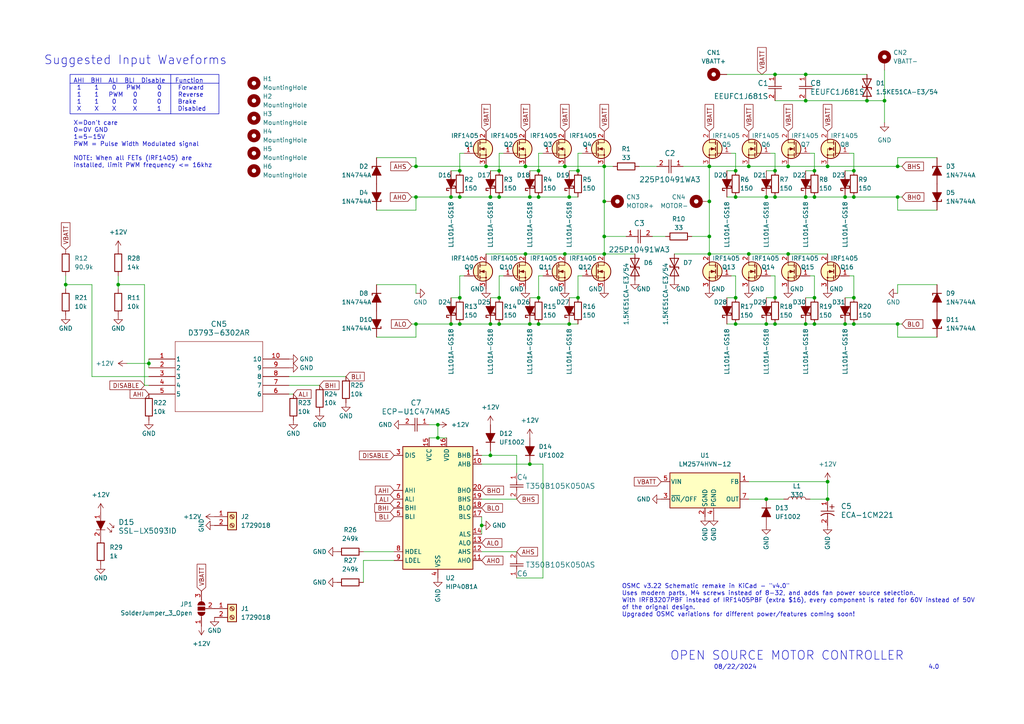
<source format=kicad_sch>
(kicad_sch (version 20230121) (generator eeschema)

  (uuid f7b069f9-0ad6-460f-8c2a-e4b85d53f6b2)

  (paper "A4")

  

  (junction (at 213.36 57.15) (diameter 0) (color 0 0 0 0)
    (uuid 025acf14-32e1-415f-a664-8c97472a6cdd)
  )
  (junction (at 228.6 73.66) (diameter 0) (color 0 0 0 0)
    (uuid 02704675-5ca6-4719-85f2-24c0eafabb38)
  )
  (junction (at 233.68 21.59) (diameter 0) (color 0 0 0 0)
    (uuid 06607565-3bf9-4a59-80d9-1f8bea1e22ab)
  )
  (junction (at 236.22 57.15) (diameter 0) (color 0 0 0 0)
    (uuid 11661071-a0b8-46b3-978b-5ce8838cf803)
  )
  (junction (at 152.4 48.26) (diameter 0) (color 0 0 0 0)
    (uuid 12bc48d4-7d99-4458-85fc-00bdcb3d1ce2)
  )
  (junction (at 140.97 48.26) (diameter 0) (color 0 0 0 0)
    (uuid 13a58cb2-5aa7-43b7-9e5e-b0347081c0a5)
  )
  (junction (at 240.03 139.7) (diameter 0) (color 0 0 0 0)
    (uuid 13f40af4-ba66-488d-8df3-97e11de332fb)
  )
  (junction (at 245.11 57.15) (diameter 0) (color 0 0 0 0)
    (uuid 1fa202ee-3c2f-467e-ae1d-c2c962d563e7)
  )
  (junction (at 233.68 29.21) (diameter 0) (color 0 0 0 0)
    (uuid 201f1ca0-16c0-4355-8f24-d884c67d9d80)
  )
  (junction (at 213.36 49.53) (diameter 0) (color 0 0 0 0)
    (uuid 206dae87-d5c3-4ee2-a7c2-323b40824a05)
  )
  (junction (at 175.26 73.66) (diameter 0) (color 0 0 0 0)
    (uuid 258727ea-eb35-4ed6-91b9-c1055f5ba3fd)
  )
  (junction (at 34.29 82.55) (diameter 0) (color 0 0 0 0)
    (uuid 27826f3e-520f-4ca0-8f7e-635023c40d0c)
  )
  (junction (at 260.35 93.98) (diameter 0) (color 0 0 0 0)
    (uuid 27acec3f-4a8a-4c6a-95cc-70c659e83740)
  )
  (junction (at 130.81 57.15) (diameter 0) (color 0 0 0 0)
    (uuid 2ed55068-9b66-41f5-ae5c-dda30c9be3c4)
  )
  (junction (at 133.35 49.53) (diameter 0) (color 0 0 0 0)
    (uuid 3569dc3d-aef7-45d7-b95b-96d2f0111f45)
  )
  (junction (at 167.64 49.53) (diameter 0) (color 0 0 0 0)
    (uuid 3a77d92e-166a-4b6f-963e-094e186a0e0e)
  )
  (junction (at 205.74 68.58) (diameter 0) (color 0 0 0 0)
    (uuid 3bc3a46e-8528-41ae-8e44-171d7ea60576)
  )
  (junction (at 127 127) (diameter 0) (color 0 0 0 0)
    (uuid 43333256-67bb-4253-9bd9-cd6c52ecafee)
  )
  (junction (at 205.74 73.66) (diameter 0) (color 0 0 0 0)
    (uuid 4923e46e-a959-4c5d-805a-79a3aaffff3e)
  )
  (junction (at 175.26 48.26) (diameter 0) (color 0 0 0 0)
    (uuid 4abe186b-b1a5-405e-b226-1ee40bda55bd)
  )
  (junction (at 224.79 86.36) (diameter 0) (color 0 0 0 0)
    (uuid 55c6972e-206a-4f04-9292-b24bb285a4ac)
  )
  (junction (at 247.65 57.15) (diameter 0) (color 0 0 0 0)
    (uuid 57577724-a0dd-4b2a-8193-2e21b7e5bddd)
  )
  (junction (at 153.67 134.62) (diameter 0) (color 0 0 0 0)
    (uuid 5bcf41ba-0ee0-4ae3-a2a8-905d0a9e2465)
  )
  (junction (at 236.22 86.36) (diameter 0) (color 0 0 0 0)
    (uuid 5f85a2e5-38a0-4fc7-8d79-1f066c63b671)
  )
  (junction (at 247.65 86.36) (diameter 0) (color 0 0 0 0)
    (uuid 604f6250-c415-4e7c-b3ce-fbc0fa3a7840)
  )
  (junction (at 217.17 48.26) (diameter 0) (color 0 0 0 0)
    (uuid 607942f0-61e1-4c50-9dbc-7f5d20fd9fad)
  )
  (junction (at 144.78 86.36) (diameter 0) (color 0 0 0 0)
    (uuid 6395dd2e-775f-4d49-968f-e6a6722c2bcb)
  )
  (junction (at 251.46 29.21) (diameter 0) (color 0 0 0 0)
    (uuid 67428f38-8b6c-453a-8e38-a96466f295f3)
  )
  (junction (at 165.1 57.15) (diameter 0) (color 0 0 0 0)
    (uuid 6750bc75-bc4f-4641-a2b8-013bef48dc88)
  )
  (junction (at 144.78 49.53) (diameter 0) (color 0 0 0 0)
    (uuid 67b4cc44-a73a-46fe-a2be-f8f3bbb45e48)
  )
  (junction (at 213.36 86.36) (diameter 0) (color 0 0 0 0)
    (uuid 683cbf74-d02d-49c0-824a-ada4e2c37d9a)
  )
  (junction (at 156.21 49.53) (diameter 0) (color 0 0 0 0)
    (uuid 68550db4-dd13-48dc-961b-54a3af69fa04)
  )
  (junction (at 224.79 21.59) (diameter 0) (color 0 0 0 0)
    (uuid 6ceccaac-be94-4a60-9aaa-310d7b3a4e96)
  )
  (junction (at 133.35 93.98) (diameter 0) (color 0 0 0 0)
    (uuid 70e8f257-6770-478c-a3fc-9dbcbbd90baf)
  )
  (junction (at 152.4 73.66) (diameter 0) (color 0 0 0 0)
    (uuid 74a52190-aa12-4674-ab09-b37f75f5cf55)
  )
  (junction (at 217.17 73.66) (diameter 0) (color 0 0 0 0)
    (uuid 76b895c0-45fa-41af-a300-ad24ab208e70)
  )
  (junction (at 167.64 86.36) (diameter 0) (color 0 0 0 0)
    (uuid 782e2fff-bc14-49d3-9c42-8b93ec64003d)
  )
  (junction (at 222.25 144.78) (diameter 0) (color 0 0 0 0)
    (uuid 7901b0a4-c91b-402e-a74a-6618170db2fb)
  )
  (junction (at 142.24 93.98) (diameter 0) (color 0 0 0 0)
    (uuid 7bce1f3c-b46e-4793-abb5-f866c8f05381)
  )
  (junction (at 163.83 73.66) (diameter 0) (color 0 0 0 0)
    (uuid 7c648206-50f8-4a18-adb2-be2662a5be2b)
  )
  (junction (at 175.26 68.58) (diameter 0) (color 0 0 0 0)
    (uuid 7d68ddba-e449-4e09-b779-0afef92ded2d)
  )
  (junction (at 233.68 93.98) (diameter 0) (color 0 0 0 0)
    (uuid 807e80fd-676b-457c-9a9c-314faa37d5ae)
  )
  (junction (at 213.36 93.98) (diameter 0) (color 0 0 0 0)
    (uuid 812e6141-aa63-42d5-b578-ac45bfcf9a02)
  )
  (junction (at 156.21 93.98) (diameter 0) (color 0 0 0 0)
    (uuid 870bb29f-4f1d-43c4-9993-961c7b17a82c)
  )
  (junction (at 153.67 57.15) (diameter 0) (color 0 0 0 0)
    (uuid 8b7686ad-4f4b-4d1b-9383-63f51411205c)
  )
  (junction (at 139.7 152.4) (diameter 0) (color 0 0 0 0)
    (uuid 8dbc46da-09fd-4d0d-b0e8-0bae76d8006a)
  )
  (junction (at 163.83 48.26) (diameter 0) (color 0 0 0 0)
    (uuid 906bd40b-17e3-4ce2-a20b-36ee645f9d60)
  )
  (junction (at 133.35 86.36) (diameter 0) (color 0 0 0 0)
    (uuid 93e5087d-6da0-430a-80da-73d7146e2ba4)
  )
  (junction (at 224.79 49.53) (diameter 0) (color 0 0 0 0)
    (uuid 94dbc3ca-7a60-496d-94a1-3a282e7ec11b)
  )
  (junction (at 224.79 57.15) (diameter 0) (color 0 0 0 0)
    (uuid 965c2c72-4ddd-4acc-97ca-afb62ddd2143)
  )
  (junction (at 144.78 93.98) (diameter 0) (color 0 0 0 0)
    (uuid 97952e0d-5b87-4ca5-9948-8c746e052915)
  )
  (junction (at 156.21 57.15) (diameter 0) (color 0 0 0 0)
    (uuid 9882e08c-8780-4beb-b1f2-83942322437e)
  )
  (junction (at 153.67 93.98) (diameter 0) (color 0 0 0 0)
    (uuid 990db89f-808f-4ba0-8aef-02cf23197d83)
  )
  (junction (at 222.25 57.15) (diameter 0) (color 0 0 0 0)
    (uuid a39eac20-1a76-4822-80cd-3cd8477b929c)
  )
  (junction (at 130.81 93.98) (diameter 0) (color 0 0 0 0)
    (uuid aa776aef-8d8f-4866-bd34-8ab546ebf556)
  )
  (junction (at 236.22 49.53) (diameter 0) (color 0 0 0 0)
    (uuid aaf30f4f-d54a-4e62-8f7c-7c83604fc847)
  )
  (junction (at 142.24 132.08) (diameter 0) (color 0 0 0 0)
    (uuid aca2e16e-4cef-4ce1-8584-ebc699b656b2)
  )
  (junction (at 247.65 49.53) (diameter 0) (color 0 0 0 0)
    (uuid ad8eeafe-1da6-4a27-9cc3-64f134aa8a6b)
  )
  (junction (at 222.25 93.98) (diameter 0) (color 0 0 0 0)
    (uuid aee432ef-20eb-463d-8b6c-06b7fc83ab77)
  )
  (junction (at 120.65 93.98) (diameter 0) (color 0 0 0 0)
    (uuid af557a93-053c-43ad-bdad-f9dabbcb6300)
  )
  (junction (at 144.78 57.15) (diameter 0) (color 0 0 0 0)
    (uuid b0ccb202-5dff-4a03-bb96-453f9f2b79f3)
  )
  (junction (at 228.6 48.26) (diameter 0) (color 0 0 0 0)
    (uuid b731b126-460c-4cc7-ab61-335e59451fde)
  )
  (junction (at 127 123.19) (diameter 0) (color 0 0 0 0)
    (uuid bc856460-244c-4d3f-b9c4-94627fe9ada9)
  )
  (junction (at 205.74 58.42) (diameter 0) (color 0 0 0 0)
    (uuid bcec1be8-5b72-475d-83b2-808bd50d5082)
  )
  (junction (at 224.79 93.98) (diameter 0) (color 0 0 0 0)
    (uuid be70a144-bd09-4acb-9a2e-f506d1554664)
  )
  (junction (at 142.24 57.15) (diameter 0) (color 0 0 0 0)
    (uuid c129793c-4e0f-4203-ad86-d705c91f437b)
  )
  (junction (at 256.54 29.21) (diameter 0) (color 0 0 0 0)
    (uuid c4a8f3d2-afe8-4dc7-85a4-d47567ce4802)
  )
  (junction (at 165.1 93.98) (diameter 0) (color 0 0 0 0)
    (uuid c5cb8ad2-7700-4fe8-b0e2-5370e6838ee5)
  )
  (junction (at 19.05 82.55) (diameter 0) (color 0 0 0 0)
    (uuid c7273e3d-f064-4ea1-baed-8199f9874cec)
  )
  (junction (at 240.03 144.78) (diameter 0) (color 0 0 0 0)
    (uuid cbad67db-81b3-4735-b187-6fae3004e6d2)
  )
  (junction (at 120.65 48.26) (diameter 0) (color 0 0 0 0)
    (uuid d371e6f3-5171-4621-a424-aa6c8b389ab5)
  )
  (junction (at 260.35 48.26) (diameter 0) (color 0 0 0 0)
    (uuid d4d8c505-573c-4e6b-a2a8-e094f40dae1d)
  )
  (junction (at 240.03 48.26) (diameter 0) (color 0 0 0 0)
    (uuid d62192e0-08e2-4d07-9189-4f529b589967)
  )
  (junction (at 133.35 57.15) (diameter 0) (color 0 0 0 0)
    (uuid d9311b0a-9cb2-4087-b687-4e149890343c)
  )
  (junction (at 260.35 57.15) (diameter 0) (color 0 0 0 0)
    (uuid d9dbbf84-ac2a-42d0-8fac-fe44384b65c0)
  )
  (junction (at 43.18 105.41) (diameter 0) (color 0 0 0 0)
    (uuid db204eb3-e334-4c9e-8f62-e44d025028cd)
  )
  (junction (at 247.65 93.98) (diameter 0) (color 0 0 0 0)
    (uuid dcee8edb-46a3-4152-b567-edaea9a0ae55)
  )
  (junction (at 245.11 93.98) (diameter 0) (color 0 0 0 0)
    (uuid df702185-ec52-4023-9455-e8484239bc67)
  )
  (junction (at 205.74 48.26) (diameter 0) (color 0 0 0 0)
    (uuid e72f3c52-4cf0-424c-904b-e8a71d5c218f)
  )
  (junction (at 233.68 57.15) (diameter 0) (color 0 0 0 0)
    (uuid e7632a08-862c-456b-b0be-23f3bbd673ad)
  )
  (junction (at 120.65 57.15) (diameter 0) (color 0 0 0 0)
    (uuid f1c77e3e-e5bf-4c8a-a000-8b9796eaf773)
  )
  (junction (at 175.26 58.42) (diameter 0) (color 0 0 0 0)
    (uuid fd5932aa-33c0-4b88-b069-bf3cf1b91a84)
  )
  (junction (at 156.21 86.36) (diameter 0) (color 0 0 0 0)
    (uuid ff0c83b0-e0fa-48eb-9d7d-4d0845161842)
  )
  (junction (at 236.22 93.98) (diameter 0) (color 0 0 0 0)
    (uuid ffcab709-1562-45a8-acfa-f9ae491297e6)
  )

  (wire (pts (xy 198.12 48.26) (xy 205.74 48.26))
    (stroke (width 0) (type default))
    (uuid 010cc39f-ae2b-4595-9666-d717e5677a57)
  )
  (wire (pts (xy 222.25 49.53) (xy 224.79 49.53))
    (stroke (width 0) (type default))
    (uuid 021e64e8-b466-487d-a327-e9cc24724d38)
  )
  (wire (pts (xy 120.65 45.72) (xy 120.65 48.26))
    (stroke (width 0) (type default))
    (uuid 025866cf-3998-4e00-bdf6-2be24dcabc2a)
  )
  (wire (pts (xy 142.24 57.15) (xy 144.78 57.15))
    (stroke (width 0) (type default))
    (uuid 028f01e3-33c5-4807-8669-6384e71e19ae)
  )
  (wire (pts (xy 133.35 44.45) (xy 133.35 49.53))
    (stroke (width 0) (type default))
    (uuid 02bcea26-70b7-4642-ab4b-3604f380e6fa)
  )
  (wire (pts (xy 224.79 93.98) (xy 233.68 93.98))
    (stroke (width 0) (type default))
    (uuid 02c2add2-17f4-41ac-8e57-b9675721f000)
  )
  (wire (pts (xy 149.86 144.78) (xy 139.7 144.78))
    (stroke (width 0) (type default))
    (uuid 07ed14e2-434d-4350-af89-d572d615ad6a)
  )
  (wire (pts (xy 157.48 134.62) (xy 157.48 167.64))
    (stroke (width 0) (type default))
    (uuid 08c4990f-878c-4c07-8e25-76357557d3e4)
  )
  (wire (pts (xy 163.83 73.66) (xy 175.26 73.66))
    (stroke (width 0) (type default))
    (uuid 09c83a13-b542-4816-8ad9-465b8afe9f1c)
  )
  (wire (pts (xy 120.65 48.26) (xy 140.97 48.26))
    (stroke (width 0) (type default))
    (uuid 0a0183e5-9203-40e4-95e7-7f8ca68271cc)
  )
  (wire (pts (xy 213.36 57.15) (xy 222.25 57.15))
    (stroke (width 0) (type default))
    (uuid 0a4ca37e-9f39-4765-b8e2-a00fb962c6af)
  )
  (wire (pts (xy 175.26 58.42) (xy 175.26 68.58))
    (stroke (width 0) (type default))
    (uuid 0a7f5e29-8138-42cd-8b6e-86ea56b137dd)
  )
  (wire (pts (xy 205.74 73.66) (xy 217.17 73.66))
    (stroke (width 0) (type default))
    (uuid 0b3c8ef4-5c73-4d29-8350-4e7f819ab04a)
  )
  (wire (pts (xy 144.78 80.01) (xy 144.78 86.36))
    (stroke (width 0) (type default))
    (uuid 0e5f0b78-ee55-4316-b27a-63f5467b70e2)
  )
  (wire (pts (xy 127 127) (xy 129.54 127))
    (stroke (width 0) (type default))
    (uuid 0ebbf43a-fb74-4b78-b489-4a0afe58ff4a)
  )
  (wire (pts (xy 83.82 109.22) (xy 100.33 109.22))
    (stroke (width 0) (type default))
    (uuid 11642141-fd9d-4a88-b1b8-2ae81e3b06c1)
  )
  (wire (pts (xy 224.79 21.59) (xy 233.68 21.59))
    (stroke (width 0) (type default))
    (uuid 11b8d980-09ab-47b9-b1ca-cbe674bf0cad)
  )
  (wire (pts (xy 222.25 144.78) (xy 227.33 144.78))
    (stroke (width 0) (type default))
    (uuid 129b7516-1203-4d7f-8bbe-6266e97a4adb)
  )
  (wire (pts (xy 133.35 80.01) (xy 133.35 86.36))
    (stroke (width 0) (type default))
    (uuid 12d6d67c-fde5-42fa-a86c-2d0aa7956fcf)
  )
  (wire (pts (xy 210.82 93.98) (xy 213.36 93.98))
    (stroke (width 0) (type default))
    (uuid 12e6275d-d25c-4f9c-8484-a62b9714b5e2)
  )
  (wire (pts (xy 256.54 29.21) (xy 256.54 20.32))
    (stroke (width 0) (type default))
    (uuid 14a1d62a-79e2-49ae-a2d2-324d3d86b5c6)
  )
  (wire (pts (xy 245.11 49.53) (xy 247.65 49.53))
    (stroke (width 0) (type default))
    (uuid 14bf6fc8-391d-49f7-bd03-cbf0cf595911)
  )
  (wire (pts (xy 228.6 48.26) (xy 240.03 48.26))
    (stroke (width 0) (type default))
    (uuid 198ccd09-8a0f-44fe-9a78-82fc3a4f8214)
  )
  (wire (pts (xy 109.22 97.79) (xy 120.65 97.79))
    (stroke (width 0) (type default))
    (uuid 1b1d085e-9a71-4ea7-87d6-da530ad1c6d6)
  )
  (wire (pts (xy 185.42 48.26) (xy 190.5 48.26))
    (stroke (width 0) (type default))
    (uuid 1d8fec0b-8b15-4286-80c2-6300fd17f210)
  )
  (wire (pts (xy 133.35 93.98) (xy 142.24 93.98))
    (stroke (width 0) (type default))
    (uuid 1e8e59fd-e881-4460-86f3-037fd4b47ba8)
  )
  (wire (pts (xy 124.46 127) (xy 127 127))
    (stroke (width 0) (type default))
    (uuid 211093f7-0e83-4410-a6a0-c6f59cc0b22c)
  )
  (wire (pts (xy 153.67 57.15) (xy 156.21 57.15))
    (stroke (width 0) (type default))
    (uuid 22c9edbb-e996-45fd-889b-d69649d484ae)
  )
  (wire (pts (xy 139.7 134.62) (xy 153.67 134.62))
    (stroke (width 0) (type default))
    (uuid 22f3a632-2c7e-44e0-a702-300d3efbeb52)
  )
  (wire (pts (xy 19.05 82.55) (xy 19.05 83.82))
    (stroke (width 0) (type default))
    (uuid 22f8458c-172e-4d85-bcf7-09f29e7d32c3)
  )
  (wire (pts (xy 217.17 144.78) (xy 222.25 144.78))
    (stroke (width 0) (type default))
    (uuid 23597f57-a141-45bb-bf3f-20e8bce164d6)
  )
  (wire (pts (xy 156.21 44.45) (xy 156.21 49.53))
    (stroke (width 0) (type default))
    (uuid 239640ee-9982-4f05-88af-a362f96d0b49)
  )
  (wire (pts (xy 210.82 49.53) (xy 213.36 49.53))
    (stroke (width 0) (type default))
    (uuid 262dd982-5b7a-4e47-93d5-ef00ad80c4a2)
  )
  (wire (pts (xy 213.36 93.98) (xy 222.25 93.98))
    (stroke (width 0) (type default))
    (uuid 26cf2e9c-7932-4628-aac4-7f3e67de6d42)
  )
  (wire (pts (xy 247.65 44.45) (xy 247.65 49.53))
    (stroke (width 0) (type default))
    (uuid 2af32047-303b-4b75-9d72-37f389f26a71)
  )
  (wire (pts (xy 152.4 73.66) (xy 163.83 73.66))
    (stroke (width 0) (type default))
    (uuid 2b153614-a26c-430e-be5c-f2227f759ca5)
  )
  (wire (pts (xy 233.68 29.21) (xy 251.46 29.21))
    (stroke (width 0) (type default))
    (uuid 2c7774ec-d847-40af-9f87-daacda6a6a25)
  )
  (wire (pts (xy 271.78 45.72) (xy 260.35 45.72))
    (stroke (width 0) (type default))
    (uuid 2ddc569f-2f9a-4caf-8985-ce28630b5739)
  )
  (wire (pts (xy 130.81 49.53) (xy 133.35 49.53))
    (stroke (width 0) (type default))
    (uuid 2f8ba521-49de-4bab-b1ee-d50f060e9d1f)
  )
  (wire (pts (xy 233.68 49.53) (xy 236.22 49.53))
    (stroke (width 0) (type default))
    (uuid 2fa1eb96-f2c8-4c19-a925-bd5141346714)
  )
  (wire (pts (xy 210.82 21.59) (xy 224.79 21.59))
    (stroke (width 0) (type default))
    (uuid 3031836a-f30d-4977-afa0-a1daca7ada7f)
  )
  (wire (pts (xy 139.7 160.02) (xy 149.86 160.02))
    (stroke (width 0) (type default))
    (uuid 3032ea66-3ec0-4b8d-8986-d0a2fb2cdaf4)
  )
  (wire (pts (xy 130.81 86.36) (xy 133.35 86.36))
    (stroke (width 0) (type default))
    (uuid 3053c074-d497-4dc8-93fb-5d1055d09d69)
  )
  (wire (pts (xy 120.65 60.96) (xy 120.65 57.15))
    (stroke (width 0) (type default))
    (uuid 332520ea-4df3-475f-b85c-5e8275013457)
  )
  (wire (pts (xy 240.03 144.78) (xy 240.03 139.7))
    (stroke (width 0) (type default))
    (uuid 34658301-3404-4e22-a63f-260f861370c1)
  )
  (wire (pts (xy 260.35 57.15) (xy 261.62 57.15))
    (stroke (width 0) (type default))
    (uuid 3613e393-ef2b-4520-bd9c-9185f79bc088)
  )
  (wire (pts (xy 109.22 45.72) (xy 120.65 45.72))
    (stroke (width 0) (type default))
    (uuid 37c9fbbd-29f0-471c-8872-e7a0ba39914d)
  )
  (wire (pts (xy 175.26 68.58) (xy 175.26 73.66))
    (stroke (width 0) (type default))
    (uuid 39635b7b-4848-4442-a804-566a546f95a6)
  )
  (wire (pts (xy 217.17 73.66) (xy 228.6 73.66))
    (stroke (width 0) (type default))
    (uuid 3a0e46d0-ba9d-48e6-8ab0-19fa44a153fd)
  )
  (wire (pts (xy 34.29 82.55) (xy 34.29 83.82))
    (stroke (width 0) (type default))
    (uuid 3bf7547b-8b99-4d0e-a49c-4234c7fe2b36)
  )
  (wire (pts (xy 167.64 44.45) (xy 167.64 49.53))
    (stroke (width 0) (type default))
    (uuid 3db56e52-26ea-45a6-9659-ec81bbf154c3)
  )
  (wire (pts (xy 213.36 80.01) (xy 213.36 86.36))
    (stroke (width 0) (type default))
    (uuid 3e90f2af-d1f5-4ac4-99cb-5d7c582c930c)
  )
  (wire (pts (xy 19.05 80.01) (xy 19.05 82.55))
    (stroke (width 0) (type default))
    (uuid 3eda099b-0a8a-4984-b4c7-2bcfd9a99343)
  )
  (wire (pts (xy 144.78 57.15) (xy 153.67 57.15))
    (stroke (width 0) (type default))
    (uuid 441b0a15-3b9b-4f9f-becb-7a1c1fdb3430)
  )
  (wire (pts (xy 175.26 48.26) (xy 177.8 48.26))
    (stroke (width 0) (type default))
    (uuid 44fc28b4-48c4-438f-be96-36b0046af272)
  )
  (wire (pts (xy 245.11 57.15) (xy 247.65 57.15))
    (stroke (width 0) (type default))
    (uuid 47e3ea88-798a-49d0-acd0-9a0aaadb17c9)
  )
  (wire (pts (xy 119.38 93.98) (xy 120.65 93.98))
    (stroke (width 0) (type default))
    (uuid 4a3b0134-1d13-4b4c-a80e-8fd90b670972)
  )
  (wire (pts (xy 43.18 105.41) (xy 43.18 106.68))
    (stroke (width 0) (type default))
    (uuid 4f2950a5-8b5e-4904-a039-c91ce4d81fa6)
  )
  (wire (pts (xy 34.29 82.55) (xy 41.91 82.55))
    (stroke (width 0) (type default))
    (uuid 50c0ddf6-cfbf-420c-b735-5beae33a08d4)
  )
  (wire (pts (xy 34.29 80.01) (xy 34.29 82.55))
    (stroke (width 0) (type default))
    (uuid 5284519d-a1ca-406b-814a-2ddba2d366cb)
  )
  (wire (pts (xy 167.64 80.01) (xy 167.64 86.36))
    (stroke (width 0) (type default))
    (uuid 542cf0a3-b197-49ca-b1c4-e5dd8798481b)
  )
  (wire (pts (xy 205.74 68.58) (xy 205.74 73.66))
    (stroke (width 0) (type default))
    (uuid 559d2474-150e-4bdc-98e7-b996ed1e304b)
  )
  (wire (pts (xy 140.97 73.66) (xy 152.4 73.66))
    (stroke (width 0) (type default))
    (uuid 565e974a-2e8e-4f81-a500-72abc4a11ac7)
  )
  (wire (pts (xy 41.91 111.76) (xy 43.18 111.76))
    (stroke (width 0) (type default))
    (uuid 575c6b6d-4baa-49ca-a3ef-6fb828de2422)
  )
  (wire (pts (xy 139.7 152.4) (xy 139.7 154.94))
    (stroke (width 0) (type default))
    (uuid 5bc1ff1f-4f8e-4010-9cfd-14d0d6f5d3f4)
  )
  (wire (pts (xy 168.91 44.45) (xy 167.64 44.45))
    (stroke (width 0) (type default))
    (uuid 5c702e8a-cb2f-47fb-b41b-7365b9dfd3e2)
  )
  (wire (pts (xy 139.7 149.86) (xy 139.7 152.4))
    (stroke (width 0) (type default))
    (uuid 5c89a1f6-a336-4540-b875-7cd3e4607ac5)
  )
  (wire (pts (xy 205.74 68.58) (xy 205.74 58.42))
    (stroke (width 0) (type default))
    (uuid 5e7cb83d-5d49-4c73-acbd-db32c5ab26af)
  )
  (wire (pts (xy 144.78 93.98) (xy 153.67 93.98))
    (stroke (width 0) (type default))
    (uuid 5f16d1e8-3367-47a0-b3df-a7f2cef4613d)
  )
  (wire (pts (xy 233.68 86.36) (xy 236.22 86.36))
    (stroke (width 0) (type default))
    (uuid 602555d4-16dd-4f92-8ce0-7e1f97e2b7c4)
  )
  (wire (pts (xy 224.79 29.21) (xy 233.68 29.21))
    (stroke (width 0) (type default))
    (uuid 6259fc0e-e72e-46da-97d2-a391480e760c)
  )
  (wire (pts (xy 260.35 60.96) (xy 271.78 60.96))
    (stroke (width 0) (type default))
    (uuid 66133128-d1b3-4035-ad48-6a93fdac5b66)
  )
  (wire (pts (xy 213.36 44.45) (xy 213.36 49.53))
    (stroke (width 0) (type default))
    (uuid 68794e08-1f2b-4d4a-9acd-a134f0adb613)
  )
  (wire (pts (xy 119.38 48.26) (xy 120.65 48.26))
    (stroke (width 0) (type default))
    (uuid 69e1e9f3-4526-439c-a481-fbab5131f736)
  )
  (wire (pts (xy 168.91 80.01) (xy 167.64 80.01))
    (stroke (width 0) (type default))
    (uuid 6a116300-5cab-4e22-8a3e-c338cf5f50d7)
  )
  (wire (pts (xy 222.25 93.98) (xy 224.79 93.98))
    (stroke (width 0) (type default))
    (uuid 6adacc73-1e50-4236-bb7e-eed0528716f3)
  )
  (wire (pts (xy 175.26 68.58) (xy 181.61 68.58))
    (stroke (width 0) (type default))
    (uuid 6c450324-6963-4741-9731-4662271b15f9)
  )
  (wire (pts (xy 234.95 80.01) (xy 236.22 80.01))
    (stroke (width 0) (type default))
    (uuid 6c4af037-e891-46df-b636-88050945af1b)
  )
  (wire (pts (xy 260.35 93.98) (xy 260.35 97.79))
    (stroke (width 0) (type default))
    (uuid 6cfe5845-1281-4b9d-a987-f89edc5ba9fa)
  )
  (wire (pts (xy 236.22 44.45) (xy 236.22 49.53))
    (stroke (width 0) (type default))
    (uuid 6e0525ee-da69-4710-8c2d-8c0a9b5e9ead)
  )
  (wire (pts (xy 43.18 104.14) (xy 43.18 105.41))
    (stroke (width 0) (type default))
    (uuid 70254696-4c47-4497-983e-b33dbae53df6)
  )
  (wire (pts (xy 236.22 93.98) (xy 245.11 93.98))
    (stroke (width 0) (type default))
    (uuid 741410b5-31b5-49cf-a5d0-decfb48f2ded)
  )
  (wire (pts (xy 175.26 73.66) (xy 184.15 73.66))
    (stroke (width 0) (type default))
    (uuid 7621fd19-d9d7-43ed-9fe3-041151fdd034)
  )
  (wire (pts (xy 133.35 57.15) (xy 142.24 57.15))
    (stroke (width 0) (type default))
    (uuid 77f41ba0-b1e5-4f18-bad3-43a2b20f5d68)
  )
  (wire (pts (xy 120.65 57.15) (xy 130.81 57.15))
    (stroke (width 0) (type default))
    (uuid 7826e336-63c2-4224-b6b7-03908cb9c2f9)
  )
  (wire (pts (xy 19.05 82.55) (xy 26.67 82.55))
    (stroke (width 0) (type default))
    (uuid 79459752-c774-4c6d-ae49-bc57797eee42)
  )
  (wire (pts (xy 41.91 82.55) (xy 41.91 111.76))
    (stroke (width 0) (type default))
    (uuid 7b027871-a69c-41cb-8dbf-e2aab6e8c4b1)
  )
  (wire (pts (xy 144.78 44.45) (xy 144.78 49.53))
    (stroke (width 0) (type default))
    (uuid 7da75969-a501-4491-b717-7eecae18b50e)
  )
  (wire (pts (xy 175.26 48.26) (xy 175.26 58.42))
    (stroke (width 0) (type default))
    (uuid 7f2fd456-43e3-4acf-b35b-369773e70982)
  )
  (wire (pts (xy 222.25 57.15) (xy 224.79 57.15))
    (stroke (width 0) (type default))
    (uuid 7f3c6e1a-9673-4686-8376-9975fb9210ce)
  )
  (wire (pts (xy 153.67 86.36) (xy 156.21 86.36))
    (stroke (width 0) (type default))
    (uuid 804b49e1-e64f-4205-b9aa-85015f4c69a1)
  )
  (wire (pts (xy 260.35 48.26) (xy 240.03 48.26))
    (stroke (width 0) (type default))
    (uuid 833d8c75-98d4-48b2-a7c8-8b096ed1d164)
  )
  (wire (pts (xy 157.48 44.45) (xy 156.21 44.45))
    (stroke (width 0) (type default))
    (uuid 8513bac6-12f6-4dd6-b275-9657fda0d7eb)
  )
  (wire (pts (xy 224.79 57.15) (xy 233.68 57.15))
    (stroke (width 0) (type default))
    (uuid 86f8981d-efd6-49b6-af5d-464d12c32b2c)
  )
  (wire (pts (xy 114.3 162.56) (xy 105.41 162.56))
    (stroke (width 0) (type default))
    (uuid 88367d5f-bb6e-4e77-87b4-87cfe703da6b)
  )
  (wire (pts (xy 142.24 130.81) (xy 142.24 132.08))
    (stroke (width 0) (type default))
    (uuid 89ed9454-cde9-44ab-ac79-d3ef39edd34b)
  )
  (wire (pts (xy 260.35 93.98) (xy 261.62 93.98))
    (stroke (width 0) (type default))
    (uuid 8af7d76d-0393-4dac-ac49-7406ea367e3e)
  )
  (wire (pts (xy 163.83 48.26) (xy 175.26 48.26))
    (stroke (width 0) (type default))
    (uuid 8c2670ea-2ad3-4117-85c1-ad898571b966)
  )
  (wire (pts (xy 205.74 48.26) (xy 217.17 48.26))
    (stroke (width 0) (type default))
    (uuid 8c76b99a-1c1b-4b0b-a592-7affee7f743b)
  )
  (wire (pts (xy 156.21 80.01) (xy 156.21 86.36))
    (stroke (width 0) (type default))
    (uuid 8c8a46e3-d8fc-4e3e-aac8-267854d174e7)
  )
  (wire (pts (xy 228.6 73.66) (xy 240.03 73.66))
    (stroke (width 0) (type default))
    (uuid 8dcbad67-0f10-47c9-a3dc-4287a3e0e02a)
  )
  (wire (pts (xy 260.35 57.15) (xy 260.35 60.96))
    (stroke (width 0) (type default))
    (uuid 8dfdad0c-f6b0-496e-bf0b-70ea67ec0ba1)
  )
  (wire (pts (xy 140.97 48.26) (xy 152.4 48.26))
    (stroke (width 0) (type default))
    (uuid 8e32d773-6516-45b8-8269-dd508c10236a)
  )
  (wire (pts (xy 153.67 49.53) (xy 156.21 49.53))
    (stroke (width 0) (type default))
    (uuid 8fd1624f-8183-41ab-9073-3fdcd1aaedbb)
  )
  (wire (pts (xy 236.22 80.01) (xy 236.22 86.36))
    (stroke (width 0) (type default))
    (uuid 8ffad921-b141-4209-9690-2ef120e0d6ed)
  )
  (wire (pts (xy 260.35 45.72) (xy 260.35 48.26))
    (stroke (width 0) (type default))
    (uuid 90fdf039-51b1-4dc7-acce-99ae3c394c29)
  )
  (wire (pts (xy 130.81 93.98) (xy 133.35 93.98))
    (stroke (width 0) (type default))
    (uuid 937ac4e6-ca6e-4919-aefb-78811a2f702b)
  )
  (wire (pts (xy 146.05 80.01) (xy 144.78 80.01))
    (stroke (width 0) (type default))
    (uuid 93fe7a1e-f82d-4519-8ef7-0df048eb568d)
  )
  (wire (pts (xy 142.24 86.36) (xy 144.78 86.36))
    (stroke (width 0) (type default))
    (uuid 94005f45-1ceb-4a13-89e6-9b26e48721ad)
  )
  (wire (pts (xy 105.41 160.02) (xy 114.3 160.02))
    (stroke (width 0) (type default))
    (uuid 951336c6-0114-41b5-ac8c-7a4b70a19502)
  )
  (wire (pts (xy 153.67 93.98) (xy 156.21 93.98))
    (stroke (width 0) (type default))
    (uuid 95c1141c-8480-4fea-a52c-6fec767777f8)
  )
  (wire (pts (xy 156.21 57.15) (xy 165.1 57.15))
    (stroke (width 0) (type default))
    (uuid 96ddc2da-1823-4734-a37b-4014876ea0cd)
  )
  (wire (pts (xy 36.83 105.41) (xy 43.18 105.41))
    (stroke (width 0) (type default))
    (uuid 97a0fb5b-a002-4f28-8539-9129c7b970c3)
  )
  (wire (pts (xy 105.41 162.56) (xy 105.41 168.91))
    (stroke (width 0) (type default))
    (uuid 988450a8-3dd2-4734-876d-a8a8732a0d5c)
  )
  (wire (pts (xy 142.24 93.98) (xy 144.78 93.98))
    (stroke (width 0) (type default))
    (uuid 9a235fe6-00cd-4ef8-be0c-2cb411c70295)
  )
  (wire (pts (xy 210.82 57.15) (xy 213.36 57.15))
    (stroke (width 0) (type default))
    (uuid 9e47e6a1-6e28-458a-927e-af9b1e6ac754)
  )
  (wire (pts (xy 200.66 68.58) (xy 205.74 68.58))
    (stroke (width 0) (type default))
    (uuid a01e9c86-b06a-4cd3-81aa-ca2171b587c5)
  )
  (wire (pts (xy 247.65 80.01) (xy 247.65 86.36))
    (stroke (width 0) (type default))
    (uuid a0d40fa7-3280-46e7-b898-3645cc0e4129)
  )
  (wire (pts (xy 234.95 144.78) (xy 240.03 144.78))
    (stroke (width 0) (type default))
    (uuid ab30dfa6-df20-4ba0-888b-4c37fd58b536)
  )
  (wire (pts (xy 193.04 68.58) (xy 189.23 68.58))
    (stroke (width 0) (type default))
    (uuid ab469b24-a13e-499c-8100-89221fd9ac8d)
  )
  (wire (pts (xy 271.78 82.55) (xy 260.35 82.55))
    (stroke (width 0) (type default))
    (uuid abf7a5b9-bc58-44ce-87ae-405dc6a9f107)
  )
  (wire (pts (xy 142.24 49.53) (xy 144.78 49.53))
    (stroke (width 0) (type default))
    (uuid ae9c0784-d4a7-46e2-a762-e459056f24a8)
  )
  (wire (pts (xy 26.67 109.22) (xy 43.18 109.22))
    (stroke (width 0) (type default))
    (uuid af56e300-9506-4773-9819-9a4eb54846d8)
  )
  (wire (pts (xy 224.79 44.45) (xy 224.79 49.53))
    (stroke (width 0) (type default))
    (uuid b371ccc4-f92f-49c2-a8bb-bfa2607d26e8)
  )
  (wire (pts (xy 245.11 86.36) (xy 247.65 86.36))
    (stroke (width 0) (type default))
    (uuid b393961b-de9a-47fd-9434-20be242bd06f)
  )
  (wire (pts (xy 256.54 35.56) (xy 256.54 29.21))
    (stroke (width 0) (type default))
    (uuid bbddd748-f466-4bf0-b67b-f46fe16fe20f)
  )
  (wire (pts (xy 120.65 82.55) (xy 120.65 85.09))
    (stroke (width 0) (type default))
    (uuid bd69fdff-c94c-4882-a90e-331253d5809e)
  )
  (wire (pts (xy 153.67 134.62) (xy 157.48 134.62))
    (stroke (width 0) (type default))
    (uuid bd952d3b-4a64-43ac-ae41-a84286c8a5b0)
  )
  (wire (pts (xy 212.09 44.45) (xy 213.36 44.45))
    (stroke (width 0) (type default))
    (uuid c45cd636-bf7b-4011-8f35-1beec8505762)
  )
  (wire (pts (xy 247.65 93.98) (xy 260.35 93.98))
    (stroke (width 0) (type default))
    (uuid c4f85c78-b1e8-4777-83e5-71476d948fa5)
  )
  (wire (pts (xy 157.48 80.01) (xy 156.21 80.01))
    (stroke (width 0) (type default))
    (uuid c651e404-e1e7-4b3d-90be-075e13bbc77d)
  )
  (wire (pts (xy 83.82 114.3) (xy 85.09 114.3))
    (stroke (width 0) (type default))
    (uuid c6e91e5f-ec5b-4e3a-b071-c6161c7437de)
  )
  (wire (pts (xy 156.21 93.98) (xy 165.1 93.98))
    (stroke (width 0) (type default))
    (uuid c9fc3b0f-4b92-4d46-842b-922ad5c905ed)
  )
  (wire (pts (xy 246.38 44.45) (xy 247.65 44.45))
    (stroke (width 0) (type default))
    (uuid ce87b1dd-f6b9-4524-bf99-1a30831106f6)
  )
  (wire (pts (xy 210.82 86.36) (xy 213.36 86.36))
    (stroke (width 0) (type default))
    (uuid cf30867b-c61b-4824-9d2d-cdd0d9fb957c)
  )
  (wire (pts (xy 134.62 80.01) (xy 133.35 80.01))
    (stroke (width 0) (type default))
    (uuid cf9fc007-bee7-43d1-a030-f8e8f98e8eef)
  )
  (wire (pts (xy 127 123.19) (xy 124.46 123.19))
    (stroke (width 0) (type default))
    (uuid d001685d-8407-49bb-abce-c6a7d2b63d79)
  )
  (wire (pts (xy 223.52 80.01) (xy 224.79 80.01))
    (stroke (width 0) (type default))
    (uuid d0221c9e-da1d-4cdd-8fb8-d7abbd9d6b96)
  )
  (wire (pts (xy 260.35 97.79) (xy 271.78 97.79))
    (stroke (width 0) (type default))
    (uuid d03dede9-80ed-4d49-a793-3cbaa844f06a)
  )
  (wire (pts (xy 127 127) (xy 127 123.19))
    (stroke (width 0) (type default))
    (uuid d1e38a51-4654-4cf8-9760-69b32da25f13)
  )
  (wire (pts (xy 109.22 60.96) (xy 120.65 60.96))
    (stroke (width 0) (type default))
    (uuid d2648307-2baa-4ac3-877f-ee5d9547e04c)
  )
  (wire (pts (xy 233.68 93.98) (xy 236.22 93.98))
    (stroke (width 0) (type default))
    (uuid d3250867-6ded-4e40-9f0e-f7baec5bf149)
  )
  (wire (pts (xy 130.81 57.15) (xy 133.35 57.15))
    (stroke (width 0) (type default))
    (uuid d4e2edc1-9c08-479e-a727-f1b5c17930cd)
  )
  (wire (pts (xy 165.1 49.53) (xy 167.64 49.53))
    (stroke (width 0) (type default))
    (uuid d5942d2f-1405-41fb-8e88-d68b8b4f2472)
  )
  (wire (pts (xy 233.68 57.15) (xy 236.22 57.15))
    (stroke (width 0) (type default))
    (uuid d5c5dbbb-e149-466f-942b-75e1c445b482)
  )
  (wire (pts (xy 234.95 44.45) (xy 236.22 44.45))
    (stroke (width 0) (type default))
    (uuid d65b6ed3-e004-4665-a82a-981875a83734)
  )
  (wire (pts (xy 165.1 93.98) (xy 167.64 93.98))
    (stroke (width 0) (type default))
    (uuid d74c66f5-1837-4fbe-9d95-3b8e7596f8c0)
  )
  (wire (pts (xy 233.68 21.59) (xy 251.46 21.59))
    (stroke (width 0) (type default))
    (uuid d7d9e24c-ddc0-402e-8bcc-d887050743fe)
  )
  (wire (pts (xy 120.65 97.79) (xy 120.65 93.98))
    (stroke (width 0) (type default))
    (uuid d874216e-89b0-4dfb-9a3c-5d054790348f)
  )
  (wire (pts (xy 157.48 167.64) (xy 149.86 167.64))
    (stroke (width 0) (type default))
    (uuid d8942dea-c5ca-49eb-b6d1-5f2fc2561e70)
  )
  (wire (pts (xy 26.67 82.55) (xy 26.67 109.22))
    (stroke (width 0) (type default))
    (uuid d9110534-ca3b-4bdc-ad48-c994abeb5cad)
  )
  (wire (pts (xy 245.11 93.98) (xy 247.65 93.98))
    (stroke (width 0) (type default))
    (uuid db27ce1c-4bf0-4792-82a7-208edcfa7c0f)
  )
  (wire (pts (xy 205.74 48.26) (xy 205.74 58.42))
    (stroke (width 0) (type default))
    (uuid dce4ab48-1b07-4109-9972-2ea87dff5a1a)
  )
  (wire (pts (xy 236.22 57.15) (xy 245.11 57.15))
    (stroke (width 0) (type default))
    (uuid de588f6a-f9fa-476c-a000-c5c2d591be13)
  )
  (wire (pts (xy 165.1 86.36) (xy 167.64 86.36))
    (stroke (width 0) (type default))
    (uuid e57f6713-29b4-447d-a580-293eebf667b8)
  )
  (wire (pts (xy 149.86 132.08) (xy 149.86 137.16))
    (stroke (width 0) (type default))
    (uuid e6f8fb64-03f7-436e-9f4c-7ecb043dc7c6)
  )
  (wire (pts (xy 223.52 44.45) (xy 224.79 44.45))
    (stroke (width 0) (type default))
    (uuid e71ffb42-cf6c-4bf7-8047-48c5c3765572)
  )
  (wire (pts (xy 119.38 57.15) (xy 120.65 57.15))
    (stroke (width 0) (type default))
    (uuid e8140bcf-5cbe-4fbf-8f87-8dc0e65a7a4b)
  )
  (wire (pts (xy 224.79 80.01) (xy 224.79 86.36))
    (stroke (width 0) (type default))
    (uuid e81a8885-5be7-4ac8-8f41-2e013dbdf878)
  )
  (wire (pts (xy 260.35 82.55) (xy 260.35 85.09))
    (stroke (width 0) (type default))
    (uuid e9ab3484-1948-491c-bc15-f5ec8ea8509b)
  )
  (wire (pts (xy 109.22 82.55) (xy 120.65 82.55))
    (stroke (width 0) (type default))
    (uuid f08123b5-b996-431b-a775-5a8c4b60e489)
  )
  (wire (pts (xy 152.4 48.26) (xy 163.83 48.26))
    (stroke (width 0) (type default))
    (uuid f131b9f6-259c-41f5-b847-2b4f17bf44c6)
  )
  (wire (pts (xy 212.09 80.01) (xy 213.36 80.01))
    (stroke (width 0) (type default))
    (uuid f21294ac-f6b9-4032-839d-d4883fabb1b7)
  )
  (wire (pts (xy 146.05 44.45) (xy 144.78 44.45))
    (stroke (width 0) (type default))
    (uuid f28f8e53-3170-41fe-977d-71d846f5b479)
  )
  (wire (pts (xy 251.46 29.21) (xy 256.54 29.21))
    (stroke (width 0) (type default))
    (uuid f33e84c0-44e8-4173-923b-c206dbc7b363)
  )
  (wire (pts (xy 134.62 44.45) (xy 133.35 44.45))
    (stroke (width 0) (type default))
    (uuid f3411c2f-2ca4-4aeb-b3e8-053be1815b75)
  )
  (wire (pts (xy 246.38 80.01) (xy 247.65 80.01))
    (stroke (width 0) (type default))
    (uuid f4b21047-e2dd-43bc-b7c7-d27874ef67c2)
  )
  (wire (pts (xy 261.62 48.26) (xy 260.35 48.26))
    (stroke (width 0) (type default))
    (uuid f4d6000b-5ddb-42c2-a3fe-6b151351f235)
  )
  (wire (pts (xy 217.17 48.26) (xy 228.6 48.26))
    (stroke (width 0) (type default))
    (uuid f5af9f20-15c0-4883-966d-e92aa99bc744)
  )
  (wire (pts (xy 149.86 132.08) (xy 142.24 132.08))
    (stroke (width 0) (type default))
    (uuid f6627ac0-ca2d-459c-9c8a-ab7d99faafb8)
  )
  (wire (pts (xy 195.58 73.66) (xy 205.74 73.66))
    (stroke (width 0) (type default))
    (uuid f6d07f47-e779-4393-b2fe-71a235474dae)
  )
  (wire (pts (xy 165.1 57.15) (xy 167.64 57.15))
    (stroke (width 0) (type default))
    (uuid f807f8b3-954b-485f-a401-03e7391e3405)
  )
  (wire (pts (xy 240.03 139.7) (xy 217.17 139.7))
    (stroke (width 0) (type default))
    (uuid f874e691-5b7b-4305-8e7f-b8bb5e7b44e5)
  )
  (wire (pts (xy 142.24 132.08) (xy 139.7 132.08))
    (stroke (width 0) (type default))
    (uuid f89640c3-c3b7-4aa6-8525-3ea766ecde37)
  )
  (wire (pts (xy 247.65 57.15) (xy 260.35 57.15))
    (stroke (width 0) (type default))
    (uuid f8bb1cf2-0255-4848-881f-cfdcb4f451f8)
  )
  (wire (pts (xy 120.65 93.98) (xy 130.81 93.98))
    (stroke (width 0) (type default))
    (uuid fd008aeb-81a6-4a6a-b27f-942293101193)
  )
  (wire (pts (xy 83.82 111.76) (xy 92.71 111.76))
    (stroke (width 0) (type default))
    (uuid fd2195ab-90bc-4565-8a09-cb1c04f886f3)
  )
  (wire (pts (xy 222.25 86.36) (xy 224.79 86.36))
    (stroke (width 0) (type default))
    (uuid fdd7ea83-2191-4e65-97ae-887740531405)
  )

  (rectangle (start 49.53 21.59) (end 49.53 33.02)
    (stroke (width 0) (type default))
    (fill (type none))
    (uuid 6609ba4d-23f2-403d-9c98-55294c4c954f)
  )
  (rectangle (start 20.32 24.13) (end 63.5 24.13)
    (stroke (width 0) (type default))
    (fill (type none))
    (uuid 88486fb6-f5fb-4c01-96b4-df4598f56091)
  )

  (text_box "AHI  BHI  ALI  BLI  Disable   Function\n 1    1    0   PWM     0     Forward\n 1    1   PWM   0      0     Reverse\n 1    1    0     0      0     Brake\n X    X    X     X      1     Disabled\n\nX=Don't care\n0=0V GND\n1=5-15V\nPWM = Pulse Width Modulated signal\n\nNOTE: When all FETs (IRF1405) are installed, limit PWM frequency <= 16khz"
    (at 20.32 21.59 0) (size 43.18 11.43)
    (stroke (width 0) (type default))
    (fill (type none))
    (effects (font (size 1.27 1.27)) (justify left top))
    (uuid f168b1a2-2fcd-48ac-b0c2-50cda81b3784)
  )

  (text "4.0" (at 269.24 194.31 0)
    (effects (font (size 1.27 1.27)) (justify left bottom))
    (uuid 3ef8895f-24e4-45fe-8307-71eae980cd7d)
  )
  (text "OSMC v3.22 Schematic remake in KiCad - \"v4.0\"\nUses modern parts, M4 screws instead of 8-32, and adds fan power source selection.\nWith IRFB3207PBF instead of IRF1405PBF (extra $16), every component is rated for 60V instead of 50V\nof the orignal design.\nUpgraded OSMC variations for different power/features coming soon!"
    (at 180.34 179.07 0)
    (effects (font (size 1.27 1.27)) (justify left bottom))
    (uuid 468cb464-b3fe-4258-9f0f-4d43150f3428)
  )
  (text "08/22/2024" (at 207.01 194.31 0)
    (effects (font (size 1.27 1.27)) (justify left bottom))
    (uuid 7566e6aa-0cd8-4989-a498-9751a3615d79)
  )
  (text "Suggested Input Waveforms" (at 12.7 19.05 0)
    (effects (font (size 2.54 2.54)) (justify left bottom))
    (uuid 8b55aff7-089f-4f07-a867-ffc1ba949894)
  )
  (text "OPEN SOURCE MOTOR CONTROLLER" (at 194.31 191.77 0)
    (effects (font (size 2.54 2.54)) (justify left bottom))
    (uuid d35d9fa6-57ee-41e6-a2d6-ea10344b7334)
  )

  (global_label "VBATT" (shape input) (at 58.42 171.45 90) (fields_autoplaced)
    (effects (font (size 1.27 1.27)) (justify left))
    (uuid 0a07bf74-3e4b-4867-b210-e091b6f8e2ab)
    (property "Intersheetrefs" "${INTERSHEET_REFS}" (at 58.42 163.0824 90)
      (effects (font (size 1.27 1.27)) (justify left) hide)
    )
  )
  (global_label "ALI" (shape input) (at 114.3 144.78 180) (fields_autoplaced)
    (effects (font (size 1.27 1.27)) (justify right))
    (uuid 0b9f1029-a682-4a12-936c-670fce3f5082)
    (property "Intersheetrefs" "${INTERSHEET_REFS}" (at 108.5933 144.78 0)
      (effects (font (size 1.27 1.27)) (justify right) hide)
    )
  )
  (global_label "BLO" (shape input) (at 261.62 93.98 0) (fields_autoplaced)
    (effects (font (size 1.27 1.27)) (justify left))
    (uuid 102a91e6-e020-45c8-b55c-8cefea6277f9)
    (property "Intersheetrefs" "${INTERSHEET_REFS}" (at 268.2338 93.98 0)
      (effects (font (size 1.27 1.27)) (justify left) hide)
    )
  )
  (global_label "VBATT" (shape input) (at 228.6 38.1 90) (fields_autoplaced)
    (effects (font (size 1.27 1.27)) (justify left))
    (uuid 284f88b7-2348-438d-8aca-29b3e3876a55)
    (property "Intersheetrefs" "${INTERSHEET_REFS}" (at 228.6 29.7324 90)
      (effects (font (size 1.27 1.27)) (justify left) hide)
    )
  )
  (global_label "VBATT" (shape input) (at 205.74 38.1 90) (fields_autoplaced)
    (effects (font (size 1.27 1.27)) (justify left))
    (uuid 2ed32da1-c546-4e8a-a302-86904e5f007a)
    (property "Intersheetrefs" "${INTERSHEET_REFS}" (at 205.74 29.7324 90)
      (effects (font (size 1.27 1.27)) (justify left) hide)
    )
  )
  (global_label "VBATT" (shape input) (at 163.83 38.1 90) (fields_autoplaced)
    (effects (font (size 1.27 1.27)) (justify left))
    (uuid 41c443d3-b185-468b-9d6a-886533ca6ca5)
    (property "Intersheetrefs" "${INTERSHEET_REFS}" (at 163.83 29.7324 90)
      (effects (font (size 1.27 1.27)) (justify left) hide)
    )
  )
  (global_label "AHI" (shape input) (at 114.3 142.24 180) (fields_autoplaced)
    (effects (font (size 1.27 1.27)) (justify right))
    (uuid 47834328-97d1-4e82-8a54-7103966f7c24)
    (property "Intersheetrefs" "${INTERSHEET_REFS}" (at 108.2909 142.24 0)
      (effects (font (size 1.27 1.27)) (justify right) hide)
    )
  )
  (global_label "BHI" (shape input) (at 92.71 111.76 0) (fields_autoplaced)
    (effects (font (size 1.27 1.27)) (justify left))
    (uuid 5485f84c-9e5d-4f8c-a4f9-3f9ab0448589)
    (property "Intersheetrefs" "${INTERSHEET_REFS}" (at 98.9005 111.76 0)
      (effects (font (size 1.27 1.27)) (justify left) hide)
    )
  )
  (global_label "DISABLE" (shape input) (at 41.91 111.76 180) (fields_autoplaced)
    (effects (font (size 1.27 1.27)) (justify right))
    (uuid 5b2266ba-61d9-4644-b320-9621356cd735)
    (property "Intersheetrefs" "${INTERSHEET_REFS}" (at 31.3048 111.76 0)
      (effects (font (size 1.27 1.27)) (justify right) hide)
    )
  )
  (global_label "AHS" (shape input) (at 119.38 48.26 180) (fields_autoplaced)
    (effects (font (size 1.27 1.27)) (justify right))
    (uuid 697cecda-7592-48ee-bf38-8f2e88e281d8)
    (property "Intersheetrefs" "${INTERSHEET_REFS}" (at 112.7662 48.26 0)
      (effects (font (size 1.27 1.27)) (justify right) hide)
    )
  )
  (global_label "BHS" (shape input) (at 261.62 48.26 0) (fields_autoplaced)
    (effects (font (size 1.27 1.27)) (justify left))
    (uuid 6aed1ea3-6bee-454f-b088-613cfa03db2e)
    (property "Intersheetrefs" "${INTERSHEET_REFS}" (at 268.4152 48.26 0)
      (effects (font (size 1.27 1.27)) (justify left) hide)
    )
  )
  (global_label "AHO" (shape input) (at 139.7 162.56 0) (fields_autoplaced)
    (effects (font (size 1.27 1.27)) (justify left))
    (uuid 6c703d11-e8e5-49cf-ab3e-517edb79a400)
    (property "Intersheetrefs" "${INTERSHEET_REFS}" (at 146.4348 162.56 0)
      (effects (font (size 1.27 1.27)) (justify left) hide)
    )
  )
  (global_label "ALO" (shape input) (at 139.7 157.48 0) (fields_autoplaced)
    (effects (font (size 1.27 1.27)) (justify left))
    (uuid 6e6958fc-1a54-44bd-90c4-316e18bead6a)
    (property "Intersheetrefs" "${INTERSHEET_REFS}" (at 146.1324 157.48 0)
      (effects (font (size 1.27 1.27)) (justify left) hide)
    )
  )
  (global_label "BLO" (shape input) (at 139.7 147.32 0) (fields_autoplaced)
    (effects (font (size 1.27 1.27)) (justify left))
    (uuid 6f7d796f-369a-48e3-9bdf-7252444c877f)
    (property "Intersheetrefs" "${INTERSHEET_REFS}" (at 146.3138 147.32 0)
      (effects (font (size 1.27 1.27)) (justify left) hide)
    )
  )
  (global_label "BLI" (shape input) (at 100.33 109.22 0) (fields_autoplaced)
    (effects (font (size 1.27 1.27)) (justify left))
    (uuid 7266ca12-f6ee-4e5b-8816-c05317a68fb9)
    (property "Intersheetrefs" "${INTERSHEET_REFS}" (at 106.2181 109.22 0)
      (effects (font (size 1.27 1.27)) (justify left) hide)
    )
  )
  (global_label "VBATT" (shape input) (at 152.4 38.1 90) (fields_autoplaced)
    (effects (font (size 1.27 1.27)) (justify left))
    (uuid 7dacf3fc-49e2-4e65-96fd-c31c8e4482f1)
    (property "Intersheetrefs" "${INTERSHEET_REFS}" (at 152.4 29.7324 90)
      (effects (font (size 1.27 1.27)) (justify left) hide)
    )
  )
  (global_label "AHI" (shape input) (at 43.18 114.3 180) (fields_autoplaced)
    (effects (font (size 1.27 1.27)) (justify right))
    (uuid 89ec62da-8c45-46d5-9f84-25d57ed1732d)
    (property "Intersheetrefs" "${INTERSHEET_REFS}" (at 37.1709 114.3 0)
      (effects (font (size 1.27 1.27)) (justify right) hide)
    )
  )
  (global_label "VBATT" (shape input) (at 140.97 38.1 90) (fields_autoplaced)
    (effects (font (size 1.27 1.27)) (justify left))
    (uuid 94b68437-c817-48e0-a586-aec2bc534608)
    (property "Intersheetrefs" "${INTERSHEET_REFS}" (at 140.97 29.7324 90)
      (effects (font (size 1.27 1.27)) (justify left) hide)
    )
  )
  (global_label "BLI" (shape input) (at 114.3 149.86 180) (fields_autoplaced)
    (effects (font (size 1.27 1.27)) (justify right))
    (uuid 9540d5d3-4c45-4c04-8f46-68f6f0763928)
    (property "Intersheetrefs" "${INTERSHEET_REFS}" (at 108.4119 149.86 0)
      (effects (font (size 1.27 1.27)) (justify right) hide)
    )
  )
  (global_label "VBATT" (shape input) (at 220.98 21.59 90) (fields_autoplaced)
    (effects (font (size 1.27 1.27)) (justify left))
    (uuid 961e9b93-40ec-4a59-85c0-3abdd27e07aa)
    (property "Intersheetrefs" "${INTERSHEET_REFS}" (at 220.98 13.2224 90)
      (effects (font (size 1.27 1.27)) (justify left) hide)
    )
  )
  (global_label "VBATT" (shape input) (at 175.26 38.1 90) (fields_autoplaced)
    (effects (font (size 1.27 1.27)) (justify left))
    (uuid 9ddeeabf-26e9-4384-92d2-05226c0907e9)
    (property "Intersheetrefs" "${INTERSHEET_REFS}" (at 175.26 29.7324 90)
      (effects (font (size 1.27 1.27)) (justify left) hide)
    )
  )
  (global_label "BHS" (shape input) (at 149.86 144.78 0) (fields_autoplaced)
    (effects (font (size 1.27 1.27)) (justify left))
    (uuid a27b33b6-0290-4698-b7dd-4fa991f4d166)
    (property "Intersheetrefs" "${INTERSHEET_REFS}" (at 156.6552 144.78 0)
      (effects (font (size 1.27 1.27)) (justify left) hide)
    )
  )
  (global_label "AHO" (shape input) (at 119.38 57.15 180) (fields_autoplaced)
    (effects (font (size 1.27 1.27)) (justify right))
    (uuid a6ceec8d-c854-4cae-b4b0-ddeff66088eb)
    (property "Intersheetrefs" "${INTERSHEET_REFS}" (at 112.6452 57.15 0)
      (effects (font (size 1.27 1.27)) (justify right) hide)
    )
  )
  (global_label "ALO" (shape input) (at 119.38 93.98 180) (fields_autoplaced)
    (effects (font (size 1.27 1.27)) (justify right))
    (uuid b78c95ea-f851-40fd-b324-46115eb45bd9)
    (property "Intersheetrefs" "${INTERSHEET_REFS}" (at 112.9476 93.98 0)
      (effects (font (size 1.27 1.27)) (justify right) hide)
    )
  )
  (global_label "ALI" (shape input) (at 85.09 114.3 0) (fields_autoplaced)
    (effects (font (size 1.27 1.27)) (justify left))
    (uuid c2921500-c308-4f42-88ce-590b589b0a42)
    (property "Intersheetrefs" "${INTERSHEET_REFS}" (at 90.7967 114.3 0)
      (effects (font (size 1.27 1.27)) (justify left) hide)
    )
  )
  (global_label "DISABLE" (shape input) (at 114.3 132.08 180) (fields_autoplaced)
    (effects (font (size 1.27 1.27)) (justify right))
    (uuid ccfb75ea-a691-4bad-bbd9-3c554d606b6c)
    (property "Intersheetrefs" "${INTERSHEET_REFS}" (at 103.6948 132.08 0)
      (effects (font (size 1.27 1.27)) (justify right) hide)
    )
  )
  (global_label "VBATT" (shape input) (at 217.17 38.1 90) (fields_autoplaced)
    (effects (font (size 1.27 1.27)) (justify left))
    (uuid cee3a7f4-394e-49ec-966e-683b7b9a6ab2)
    (property "Intersheetrefs" "${INTERSHEET_REFS}" (at 217.17 29.7324 90)
      (effects (font (size 1.27 1.27)) (justify left) hide)
    )
  )
  (global_label "BHO" (shape input) (at 139.7 142.24 0) (fields_autoplaced)
    (effects (font (size 1.27 1.27)) (justify left))
    (uuid d79b00d1-0c36-48e6-a05c-589c286fbd67)
    (property "Intersheetrefs" "${INTERSHEET_REFS}" (at 146.6162 142.24 0)
      (effects (font (size 1.27 1.27)) (justify left) hide)
    )
  )
  (global_label "BHO" (shape input) (at 261.62 57.15 0) (fields_autoplaced)
    (effects (font (size 1.27 1.27)) (justify left))
    (uuid e6e31d8e-83dc-4e44-8a28-713da4681370)
    (property "Intersheetrefs" "${INTERSHEET_REFS}" (at 268.5362 57.15 0)
      (effects (font (size 1.27 1.27)) (justify left) hide)
    )
  )
  (global_label "VBATT" (shape input) (at 240.03 38.1 90) (fields_autoplaced)
    (effects (font (size 1.27 1.27)) (justify left))
    (uuid ed97e110-16df-4198-a59c-389b6cdb9dc0)
    (property "Intersheetrefs" "${INTERSHEET_REFS}" (at 240.03 29.7324 90)
      (effects (font (size 1.27 1.27)) (justify left) hide)
    )
  )
  (global_label "VBATT" (shape input) (at 191.77 139.7 180) (fields_autoplaced)
    (effects (font (size 1.27 1.27)) (justify right))
    (uuid f0964aff-f539-4d46-a7d7-3c1b9df0f1f5)
    (property "Intersheetrefs" "${INTERSHEET_REFS}" (at 183.4024 139.7 0)
      (effects (font (size 1.27 1.27)) (justify right) hide)
    )
  )
  (global_label "AHS" (shape input) (at 149.86 160.02 0) (fields_autoplaced)
    (effects (font (size 1.27 1.27)) (justify left))
    (uuid f5879269-1442-4958-9a87-59d9c9f1945b)
    (property "Intersheetrefs" "${INTERSHEET_REFS}" (at 156.4738 160.02 0)
      (effects (font (size 1.27 1.27)) (justify left) hide)
    )
  )
  (global_label "VBATT" (shape input) (at 19.05 72.39 90) (fields_autoplaced)
    (effects (font (size 1.27 1.27)) (justify left))
    (uuid fb58fc4c-7ec8-4343-89b1-3a4c7d4b6e68)
    (property "Intersheetrefs" "${INTERSHEET_REFS}" (at 19.05 64.0224 90)
      (effects (font (size 1.27 1.27)) (justify left) hide)
    )
  )
  (global_label "BHI" (shape input) (at 114.3 147.32 180) (fields_autoplaced)
    (effects (font (size 1.27 1.27)) (justify right))
    (uuid fdd69878-5ade-44e8-8dc6-7084dfaafecd)
    (property "Intersheetrefs" "${INTERSHEET_REFS}" (at 108.1095 147.32 0)
      (effects (font (size 1.27 1.27)) (justify right) hide)
    )
  )

  (symbol (lib_id "power:GND") (at 92.71 119.38 0) (unit 1)
    (in_bom yes) (on_board yes) (dnp no)
    (uuid 019f2f27-b823-484d-b867-6984d5647706)
    (property "Reference" "#PWR035" (at 92.71 125.73 0)
      (effects (font (size 1.27 1.27)) hide)
    )
    (property "Value" "GND" (at 92.71 123.19 0)
      (effects (font (size 1.27 1.27)))
    )
    (property "Footprint" "" (at 92.71 119.38 0)
      (effects (font (size 1.27 1.27)) hide)
    )
    (property "Datasheet" "" (at 92.71 119.38 0)
      (effects (font (size 1.27 1.27)) hide)
    )
    (pin "1" (uuid c0396ef0-6f4e-4108-88c1-43cdcdaf85ce))
    (instances
      (project "OSMC-4.0"
        (path "/f7b069f9-0ad6-460f-8c2a-e4b85d53f6b2"
          (reference "#PWR035") (unit 1)
        )
      )
    )
  )

  (symbol (lib_id "power:GND") (at 256.54 35.56 0) (unit 1)
    (in_bom yes) (on_board yes) (dnp no) (fields_autoplaced)
    (uuid 03ab4dc4-4dac-4db2-b3fa-238c2d7ae22f)
    (property "Reference" "#PWR01" (at 256.54 41.91 0)
      (effects (font (size 1.27 1.27)) hide)
    )
    (property "Value" "GND" (at 256.54 40.64 0)
      (effects (font (size 1.27 1.27)))
    )
    (property "Footprint" "" (at 256.54 35.56 0)
      (effects (font (size 1.27 1.27)) hide)
    )
    (property "Datasheet" "" (at 256.54 35.56 0)
      (effects (font (size 1.27 1.27)) hide)
    )
    (pin "1" (uuid eb4184e8-f4cc-4116-846d-468dcd194e51))
    (instances
      (project "OSMC-4.0"
        (path "/f7b069f9-0ad6-460f-8c2a-e4b85d53f6b2"
          (reference "#PWR01") (unit 1)
        )
      )
    )
  )

  (symbol (lib_id "C5:ECA-1CM221") (at 240.03 144.78 270) (unit 1)
    (in_bom yes) (on_board yes) (dnp no) (fields_autoplaced)
    (uuid 0609ef19-8fdc-44bb-9636-7e17d30375dd)
    (property "Reference" "C5" (at 243.84 146.8374 90)
      (effects (font (size 1.524 1.524)) (justify left))
    )
    (property "Value" "ECA-1CM221" (at 243.84 149.3774 90)
      (effects (font (size 1.524 1.524)) (justify left))
    )
    (property "Footprint" "C5:PCAP_63x112_PAN" (at 240.03 144.78 0)
      (effects (font (size 1.27 1.27) italic) hide)
    )
    (property "Datasheet" "ECA-1CM221" (at 240.03 144.78 0)
      (effects (font (size 1.27 1.27) italic) hide)
    )
    (pin "2" (uuid 9aa692f4-bc70-4f2d-aad8-78ebc095d1dc))
    (pin "1" (uuid 15570fff-c5a7-470d-b971-cfee58a0237c))
    (instances
      (project "OSMC-4.0"
        (path "/f7b069f9-0ad6-460f-8c2a-e4b85d53f6b2"
          (reference "C5") (unit 1)
        )
      )
    )
  )

  (symbol (lib_id "C2,3:225P10491WA3") (at 198.12 48.26 180) (unit 1)
    (in_bom yes) (on_board yes) (dnp no)
    (uuid 0779be09-c44d-478c-a723-f8d6373a6914)
    (property "Reference" "C2" (at 194.31 44.45 0)
      (effects (font (size 1.524 1.524)))
    )
    (property "Value" "225P10491WA3" (at 194.31 52.07 0)
      (effects (font (size 1.524 1.524)))
    )
    (property "Footprint" "C2,3:CAP_225P_WA_0.70X0.40X0.55_CND_NARROW" (at 198.12 48.26 0)
      (effects (font (size 1.27 1.27) italic) hide)
    )
    (property "Datasheet" "225P10491WA3" (at 198.12 48.26 0)
      (effects (font (size 1.27 1.27) italic) hide)
    )
    (pin "1" (uuid 16eb2b23-7956-42cd-8519-108e27d032a7))
    (pin "2" (uuid aa3ffbbe-4d0a-4ec3-acf2-a8cf0e2d4429))
    (instances
      (project "OSMC-4.0"
        (path "/f7b069f9-0ad6-460f-8c2a-e4b85d53f6b2"
          (reference "C2") (unit 1)
        )
      )
    )
  )

  (symbol (lib_id "power:+12V") (at 58.42 181.61 180) (unit 1)
    (in_bom yes) (on_board yes) (dnp no) (fields_autoplaced)
    (uuid 0884c184-e8d8-4369-b2a1-bcf1565e7b53)
    (property "Reference" "#PWR039" (at 58.42 177.8 0)
      (effects (font (size 1.27 1.27)) hide)
    )
    (property "Value" "+12V" (at 58.42 186.69 0)
      (effects (font (size 1.27 1.27)))
    )
    (property "Footprint" "" (at 58.42 181.61 0)
      (effects (font (size 1.27 1.27)) hide)
    )
    (property "Datasheet" "" (at 58.42 181.61 0)
      (effects (font (size 1.27 1.27)) hide)
    )
    (pin "1" (uuid 181ab248-f760-43ba-90bc-6889847451d0))
    (instances
      (project "OSMC-4.0"
        (path "/f7b069f9-0ad6-460f-8c2a-e4b85d53f6b2"
          (reference "#PWR039") (unit 1)
        )
      )
    )
  )

  (symbol (lib_id "Device:R") (at 156.21 53.34 180) (unit 1)
    (in_bom yes) (on_board yes) (dnp no)
    (uuid 0a8dc73f-eb7a-43f5-83e3-1ab9c380f4da)
    (property "Reference" "R4" (at 157.48 52.07 0)
      (effects (font (size 1.27 1.27)) (justify right))
    )
    (property "Value" "150" (at 157.48 54.61 0)
      (effects (font (size 1.27 1.27)) (justify right))
    )
    (property "Footprint" "Resistor_SMD:R_1206_3216Metric_Pad1.30x1.75mm_HandSolder" (at 157.988 53.34 90)
      (effects (font (size 1.27 1.27)) hide)
    )
    (property "Datasheet" "~" (at 156.21 53.34 0)
      (effects (font (size 1.27 1.27)) hide)
    )
    (pin "1" (uuid 15afcedd-cc4e-42d9-ad0e-958fce9330ea))
    (pin "2" (uuid 3fc5dd4c-4d01-46b7-8271-84a6cf37d840))
    (instances
      (project "OSMC-4.0"
        (path "/f7b069f9-0ad6-460f-8c2a-e4b85d53f6b2"
          (reference "R4") (unit 1)
        )
      )
    )
  )

  (symbol (lib_id "Transistor_MOSFET_AKL:IRF1405") (at 231.14 43.18 0) (mirror y) (unit 1)
    (in_bom yes) (on_board yes) (dnp no)
    (uuid 0bd96c56-417c-4e71-9705-ff263a14af7d)
    (property "Reference" "Q7" (at 234.95 41.91 0)
      (effects (font (size 1.27 1.27)) (justify left))
    )
    (property "Value" "IRF1405" (at 237.49 39.37 0)
      (effects (font (size 1.27 1.27)) (justify left))
    )
    (property "Footprint" "TO220-3-Staggered:TO-220-3_Vertical_GDS_Staggered" (at 226.06 40.64 0)
      (effects (font (size 1.27 1.27)) hide)
    )
    (property "Datasheet" "https://www.tme.eu/Document/5d03459d5e32429fc7bb326296c569be/irf1405.pdf" (at 231.14 43.18 0)
      (effects (font (size 1.27 1.27)) hide)
    )
    (pin "3" (uuid 041eb19c-8f01-414b-aab8-43f232501691))
    (pin "1" (uuid ee968699-ae73-41d3-8514-3dc10074729c))
    (pin "2" (uuid d5ec8245-573b-4ba4-b8bd-1caf29fd1a49))
    (instances
      (project "OSMC-4.0"
        (path "/f7b069f9-0ad6-460f-8c2a-e4b85d53f6b2"
          (reference "Q7") (unit 1)
        )
      )
    )
  )

  (symbol (lib_id "power:GND") (at 19.05 91.44 0) (unit 1)
    (in_bom yes) (on_board yes) (dnp no)
    (uuid 0d5f0aa3-180a-4b2f-9b8a-2571d91ca6f7)
    (property "Reference" "#PWR032" (at 19.05 97.79 0)
      (effects (font (size 1.27 1.27)) hide)
    )
    (property "Value" "GND" (at 19.05 95.25 0)
      (effects (font (size 1.27 1.27)))
    )
    (property "Footprint" "" (at 19.05 91.44 0)
      (effects (font (size 1.27 1.27)) hide)
    )
    (property "Datasheet" "" (at 19.05 91.44 0)
      (effects (font (size 1.27 1.27)) hide)
    )
    (pin "1" (uuid 6d0455c0-49a5-4ff7-afa4-0e8177d14e61))
    (instances
      (project "OSMC-4.0"
        (path "/f7b069f9-0ad6-460f-8c2a-e4b85d53f6b2"
          (reference "#PWR032") (unit 1)
        )
      )
    )
  )

  (symbol (lib_id "Device:R") (at 181.61 48.26 90) (unit 1)
    (in_bom yes) (on_board yes) (dnp no)
    (uuid 0eb5c1d2-1696-401b-aaa5-50e34bbbfaca)
    (property "Reference" "R1" (at 181.61 43.18 90)
      (effects (font (size 1.27 1.27)))
    )
    (property "Value" "33" (at 181.61 45.72 90)
      (effects (font (size 1.27 1.27)))
    )
    (property "Footprint" "Resistor_SMD:R_1206_3216Metric_Pad1.30x1.75mm_HandSolder" (at 181.61 50.038 90)
      (effects (font (size 1.27 1.27)) hide)
    )
    (property "Datasheet" "~" (at 181.61 48.26 0)
      (effects (font (size 1.27 1.27)) hide)
    )
    (pin "1" (uuid 319a3fdf-0f61-4bb1-a98c-b2842913e8bc))
    (pin "2" (uuid d59ff7fd-6e86-411a-98ee-4195cc7da4f1))
    (instances
      (project "OSMC-4.0"
        (path "/f7b069f9-0ad6-460f-8c2a-e4b85d53f6b2"
          (reference "R1") (unit 1)
        )
      )
    )
  )

  (symbol (lib_id "power:+12V") (at 240.03 139.7 0) (unit 1)
    (in_bom yes) (on_board yes) (dnp no) (fields_autoplaced)
    (uuid 10645095-9684-4b0e-92fc-01236ab650ca)
    (property "Reference" "#PWR026" (at 240.03 143.51 0)
      (effects (font (size 1.27 1.27)) hide)
    )
    (property "Value" "+12V" (at 240.03 134.62 0)
      (effects (font (size 1.27 1.27)))
    )
    (property "Footprint" "" (at 240.03 139.7 0)
      (effects (font (size 1.27 1.27)) hide)
    )
    (property "Datasheet" "" (at 240.03 139.7 0)
      (effects (font (size 1.27 1.27)) hide)
    )
    (pin "1" (uuid 1d6e805e-528d-4899-a46b-b5169e27d052))
    (instances
      (project "OSMC-4.0"
        (path "/f7b069f9-0ad6-460f-8c2a-e4b85d53f6b2"
          (reference "#PWR026") (unit 1)
        )
      )
    )
  )

  (symbol (lib_id "power:GND") (at 195.58 81.28 0) (unit 1)
    (in_bom yes) (on_board yes) (dnp no)
    (uuid 10c76595-c197-4961-b084-245b82feb9c7)
    (property "Reference" "#PWR010" (at 195.58 87.63 0)
      (effects (font (size 1.27 1.27)) hide)
    )
    (property "Value" "GND" (at 198.12 83.82 0)
      (effects (font (size 1.27 1.27)))
    )
    (property "Footprint" "" (at 195.58 81.28 0)
      (effects (font (size 1.27 1.27)) hide)
    )
    (property "Datasheet" "" (at 195.58 81.28 0)
      (effects (font (size 1.27 1.27)) hide)
    )
    (pin "1" (uuid ec84ce5d-75d5-40a5-826e-09e279eeb92d))
    (instances
      (project "OSMC-4.0"
        (path "/f7b069f9-0ad6-460f-8c2a-e4b85d53f6b2"
          (reference "#PWR010") (unit 1)
        )
      )
    )
  )

  (symbol (lib_id "Device:R") (at 85.09 118.11 180) (unit 1)
    (in_bom yes) (on_board yes) (dnp no)
    (uuid 14dafdba-06a4-47ff-a3fe-9130ac7ced50)
    (property "Reference" "R23" (at 86.36 116.84 0)
      (effects (font (size 1.27 1.27)) (justify right))
    )
    (property "Value" "10k" (at 86.36 119.38 0)
      (effects (font (size 1.27 1.27)) (justify right))
    )
    (property "Footprint" "Resistor_SMD:R_1206_3216Metric_Pad1.30x1.75mm_HandSolder" (at 86.868 118.11 90)
      (effects (font (size 1.27 1.27)) hide)
    )
    (property "Datasheet" "~" (at 85.09 118.11 0)
      (effects (font (size 1.27 1.27)) hide)
    )
    (pin "1" (uuid ff9e626b-bfeb-4917-a584-71721e28e109))
    (pin "2" (uuid cd38e0f3-2104-4396-9347-388ad6e52e7c))
    (instances
      (project "OSMC-4.0"
        (path "/f7b069f9-0ad6-460f-8c2a-e4b85d53f6b2"
          (reference "R23") (unit 1)
        )
      )
    )
  )

  (symbol (lib_id "power:GND") (at 83.82 106.68 90) (unit 1)
    (in_bom yes) (on_board yes) (dnp no)
    (uuid 185174b5-3a45-4cb3-bc10-d4e119386a29)
    (property "Reference" "#PWR037" (at 90.17 106.68 0)
      (effects (font (size 1.27 1.27)) hide)
    )
    (property "Value" "GND" (at 88.9 106.68 90)
      (effects (font (size 1.27 1.27)))
    )
    (property "Footprint" "" (at 83.82 106.68 0)
      (effects (font (size 1.27 1.27)) hide)
    )
    (property "Datasheet" "" (at 83.82 106.68 0)
      (effects (font (size 1.27 1.27)) hide)
    )
    (pin "1" (uuid 9273c1f6-f4ac-4ee9-bf2a-442244279ef4))
    (instances
      (project "OSMC-4.0"
        (path "/f7b069f9-0ad6-460f-8c2a-e4b85d53f6b2"
          (reference "#PWR037") (unit 1)
        )
      )
    )
  )

  (symbol (lib_id "Transistor_MOSFET_AKL:IRF1405") (at 161.29 78.74 0) (unit 1)
    (in_bom yes) (on_board yes) (dnp no)
    (uuid 1e1a7b14-f423-4886-8938-8f38b057eeea)
    (property "Reference" "Q11" (at 156.21 77.47 0)
      (effects (font (size 1.27 1.27)) (justify left))
    )
    (property "Value" "IRF1405" (at 153.67 74.93 0)
      (effects (font (size 1.27 1.27)) (justify left))
    )
    (property "Footprint" "TO220-3-Staggered:TO-220-3_Vertical_GDS_Staggered" (at 166.37 76.2 0)
      (effects (font (size 1.27 1.27)) hide)
    )
    (property "Datasheet" "https://www.tme.eu/Document/5d03459d5e32429fc7bb326296c569be/irf1405.pdf" (at 161.29 78.74 0)
      (effects (font (size 1.27 1.27)) hide)
    )
    (pin "3" (uuid 2600b51f-3f56-4067-b43a-c6e50238f85b))
    (pin "1" (uuid 93281b1f-27b1-4dc1-81e9-5e932d644424))
    (pin "2" (uuid 2a0c868b-4059-44f3-8512-af26459609f0))
    (instances
      (project "OSMC-4.0"
        (path "/f7b069f9-0ad6-460f-8c2a-e4b85d53f6b2"
          (reference "Q11") (unit 1)
        )
      )
    )
  )

  (symbol (lib_id "Device:R") (at 29.21 160.02 180) (unit 1)
    (in_bom yes) (on_board yes) (dnp no) (fields_autoplaced)
    (uuid 1ef6b2df-e658-4135-a748-4caf56fc95fc)
    (property "Reference" "R29" (at 31.75 158.75 0)
      (effects (font (size 1.27 1.27)) (justify right))
    )
    (property "Value" "1k" (at 31.75 161.29 0)
      (effects (font (size 1.27 1.27)) (justify right))
    )
    (property "Footprint" "Resistor_SMD:R_1206_3216Metric_Pad1.30x1.75mm_HandSolder" (at 30.988 160.02 90)
      (effects (font (size 1.27 1.27)) hide)
    )
    (property "Datasheet" "~" (at 29.21 160.02 0)
      (effects (font (size 1.27 1.27)) hide)
    )
    (pin "1" (uuid 62044c44-0651-4cb1-b830-260b23444307))
    (pin "2" (uuid e2a13dfd-ce01-4ae9-9e61-040aaf8030a4))
    (instances
      (project "OSMC-4.0"
        (path "/f7b069f9-0ad6-460f-8c2a-e4b85d53f6b2"
          (reference "R29") (unit 1)
        )
      )
    )
  )

  (symbol (lib_id "Mechanical:MountingHole") (at 73.66 34.29 0) (unit 1)
    (in_bom yes) (on_board yes) (dnp no) (fields_autoplaced)
    (uuid 1f00cae5-7a45-44fb-a98f-c02b7a46425e)
    (property "Reference" "H3" (at 76.2 33.02 0)
      (effects (font (size 1.27 1.27)) (justify left))
    )
    (property "Value" "MountingHole" (at 76.2 35.56 0)
      (effects (font (size 1.27 1.27)) (justify left))
    )
    (property "Footprint" "MountingHole:MountingHole_4.3mm_M4" (at 73.66 34.29 0)
      (effects (font (size 1.27 1.27)) hide)
    )
    (property "Datasheet" "~" (at 73.66 34.29 0)
      (effects (font (size 1.27 1.27)) hide)
    )
    (instances
      (project "OSMC-4.0"
        (path "/f7b069f9-0ad6-460f-8c2a-e4b85d53f6b2"
          (reference "H3") (unit 1)
        )
      )
    )
  )

  (symbol (lib_id "power:GND") (at 100.33 116.84 0) (unit 1)
    (in_bom yes) (on_board yes) (dnp no)
    (uuid 209284ac-4154-4d5d-873b-a7e600203a5f)
    (property "Reference" "#PWR036" (at 100.33 123.19 0)
      (effects (font (size 1.27 1.27)) hide)
    )
    (property "Value" "GND" (at 100.33 120.65 0)
      (effects (font (size 1.27 1.27)))
    )
    (property "Footprint" "" (at 100.33 116.84 0)
      (effects (font (size 1.27 1.27)) hide)
    )
    (property "Datasheet" "" (at 100.33 116.84 0)
      (effects (font (size 1.27 1.27)) hide)
    )
    (pin "1" (uuid 1463301e-2090-4c6c-92ea-cab9b17fc011))
    (instances
      (project "OSMC-4.0"
        (path "/f7b069f9-0ad6-460f-8c2a-e4b85d53f6b2"
          (reference "#PWR036") (unit 1)
        )
      )
    )
  )

  (symbol (lib_id "Device:R") (at 247.65 53.34 180) (unit 1)
    (in_bom yes) (on_board yes) (dnp no)
    (uuid 20fcf35f-0381-49da-bfd5-8b40fdf5312b)
    (property "Reference" "R9" (at 248.92 52.07 0)
      (effects (font (size 1.27 1.27)) (justify right))
    )
    (property "Value" "150" (at 248.92 54.61 0)
      (effects (font (size 1.27 1.27)) (justify right))
    )
    (property "Footprint" "Resistor_SMD:R_1206_3216Metric_Pad1.30x1.75mm_HandSolder" (at 249.428 53.34 90)
      (effects (font (size 1.27 1.27)) hide)
    )
    (property "Datasheet" "~" (at 247.65 53.34 0)
      (effects (font (size 1.27 1.27)) hide)
    )
    (pin "1" (uuid db563046-b024-4c4e-8aee-e960a2b169a8))
    (pin "2" (uuid 7236bde6-dcd7-4c3e-a9b5-d56827684cda))
    (instances
      (project "OSMC-4.0"
        (path "/f7b069f9-0ad6-460f-8c2a-e4b85d53f6b2"
          (reference "R9") (unit 1)
        )
      )
    )
  )

  (symbol (lib_id "power:GND") (at 62.23 179.07 0) (unit 1)
    (in_bom yes) (on_board yes) (dnp no)
    (uuid 21512f3d-36ae-42f6-b296-c9c8ead5045f)
    (property "Reference" "#PWR040" (at 62.23 185.42 0)
      (effects (font (size 1.27 1.27)) hide)
    )
    (property "Value" "GND" (at 62.23 182.88 0)
      (effects (font (size 1.27 1.27)))
    )
    (property "Footprint" "" (at 62.23 179.07 0)
      (effects (font (size 1.27 1.27)) hide)
    )
    (property "Datasheet" "" (at 62.23 179.07 0)
      (effects (font (size 1.27 1.27)) hide)
    )
    (pin "1" (uuid 3dd16ae6-3108-4d25-abc0-61bd737ae615))
    (instances
      (project "OSMC-4.0"
        (path "/f7b069f9-0ad6-460f-8c2a-e4b85d53f6b2"
          (reference "#PWR040") (unit 1)
        )
      )
    )
  )

  (symbol (lib_id "Device:R") (at 213.36 90.17 180) (unit 1)
    (in_bom yes) (on_board yes) (dnp no)
    (uuid 243b3654-8e21-49ac-b42e-c6032120b929)
    (property "Reference" "R17" (at 214.63 88.9 0)
      (effects (font (size 1.27 1.27)) (justify right))
    )
    (property "Value" "150" (at 214.63 91.44 0)
      (effects (font (size 1.27 1.27)) (justify right))
    )
    (property "Footprint" "Resistor_SMD:R_1206_3216Metric_Pad1.30x1.75mm_HandSolder" (at 215.138 90.17 90)
      (effects (font (size 1.27 1.27)) hide)
    )
    (property "Datasheet" "~" (at 213.36 90.17 0)
      (effects (font (size 1.27 1.27)) hide)
    )
    (pin "1" (uuid 6ed89544-9114-4c0b-8f83-52d25bb3b6a9))
    (pin "2" (uuid eb242b43-4332-4b6b-bb0d-045c5e5972ba))
    (instances
      (project "OSMC-4.0"
        (path "/f7b069f9-0ad6-460f-8c2a-e4b85d53f6b2"
          (reference "R17") (unit 1)
        )
      )
    )
  )

  (symbol (lib_id "Diode_Schottky_AKL:LL101A") (at 245.11 53.34 270) (unit 1)
    (in_bom yes) (on_board yes) (dnp no)
    (uuid 2554530c-33cc-4e58-be70-bc0d209a2c8c)
    (property "Reference" "D23" (at 241.3 50.8 90)
      (effects (font (size 1.27 1.27)) (justify left))
    )
    (property "Value" "LL101A-GS18" (at 245.11 58.42 0)
      (effects (font (size 1.27 1.27)) (justify left))
    )
    (property "Footprint" "Diode_SMD_AKL:D_MiniMELF" (at 245.11 53.34 0)
      (effects (font (size 1.27 1.27)) hide)
    )
    (property "Datasheet" "https://www.vishay.com/docs/85626/ll101a.pdf" (at 245.11 53.34 0)
      (effects (font (size 1.27 1.27)) hide)
    )
    (pin "2" (uuid c62dc9ca-1a4b-4f31-9fcb-e8082cd44a77))
    (pin "1" (uuid 8bda3269-aa36-4922-bf4c-eef89da5e2f6))
    (instances
      (project "OSMC-4.0"
        (path "/f7b069f9-0ad6-460f-8c2a-e4b85d53f6b2"
          (reference "D23") (unit 1)
        )
      )
    )
  )

  (symbol (lib_id "Device:R") (at 19.05 87.63 180) (unit 1)
    (in_bom yes) (on_board yes) (dnp no) (fields_autoplaced)
    (uuid 256c93c4-dd5b-46df-83bb-749193eeb763)
    (property "Reference" "R21" (at 21.59 86.36 0)
      (effects (font (size 1.27 1.27)) (justify right))
    )
    (property "Value" "10k" (at 21.59 88.9 0)
      (effects (font (size 1.27 1.27)) (justify right))
    )
    (property "Footprint" "Resistor_SMD:R_1206_3216Metric_Pad1.30x1.75mm_HandSolder" (at 20.828 87.63 90)
      (effects (font (size 1.27 1.27)) hide)
    )
    (property "Datasheet" "~" (at 19.05 87.63 0)
      (effects (font (size 1.27 1.27)) hide)
    )
    (pin "1" (uuid 6ff6a7c7-8c76-43e8-bde5-60a1b61bf4c2))
    (pin "2" (uuid 413c07d3-0325-4d43-a0bd-ef340d41f0d5))
    (instances
      (project "OSMC-4.0"
        (path "/f7b069f9-0ad6-460f-8c2a-e4b85d53f6b2"
          (reference "R21") (unit 1)
        )
      )
    )
  )

  (symbol (lib_id "power:GND") (at 175.26 83.82 0) (unit 1)
    (in_bom yes) (on_board yes) (dnp no)
    (uuid 28ee5c16-2912-483d-9cd3-7ce4522512d8)
    (property "Reference" "#PWR05" (at 175.26 90.17 0)
      (effects (font (size 1.27 1.27)) hide)
    )
    (property "Value" "GND" (at 172.72 83.82 0)
      (effects (font (size 1.27 1.27)))
    )
    (property "Footprint" "" (at 175.26 83.82 0)
      (effects (font (size 1.27 1.27)) hide)
    )
    (property "Datasheet" "" (at 175.26 83.82 0)
      (effects (font (size 1.27 1.27)) hide)
    )
    (pin "1" (uuid bd64e80a-aeca-4caa-8208-c3da33e046a6))
    (instances
      (project "OSMC-4.0"
        (path "/f7b069f9-0ad6-460f-8c2a-e4b85d53f6b2"
          (reference "#PWR05") (unit 1)
        )
      )
    )
  )

  (symbol (lib_id "power:GND") (at 43.18 121.92 0) (unit 1)
    (in_bom yes) (on_board yes) (dnp no)
    (uuid 297b9a16-984f-4a99-9742-ec1d157a343d)
    (property "Reference" "#PWR033" (at 43.18 128.27 0)
      (effects (font (size 1.27 1.27)) hide)
    )
    (property "Value" "GND" (at 43.18 125.73 0)
      (effects (font (size 1.27 1.27)))
    )
    (property "Footprint" "" (at 43.18 121.92 0)
      (effects (font (size 1.27 1.27)) hide)
    )
    (property "Datasheet" "" (at 43.18 121.92 0)
      (effects (font (size 1.27 1.27)) hide)
    )
    (pin "1" (uuid 42797100-f6bc-4ce0-88a2-7b798b2041a8))
    (instances
      (project "OSMC-4.0"
        (path "/f7b069f9-0ad6-460f-8c2a-e4b85d53f6b2"
          (reference "#PWR033") (unit 1)
        )
      )
    )
  )

  (symbol (lib_id "Mechanical:MountingHole") (at 73.66 29.21 0) (unit 1)
    (in_bom yes) (on_board yes) (dnp no) (fields_autoplaced)
    (uuid 2b43806c-0831-4b7d-b242-25808a548f56)
    (property "Reference" "H2" (at 76.2 27.94 0)
      (effects (font (size 1.27 1.27)) (justify left))
    )
    (property "Value" "MountingHole" (at 76.2 30.48 0)
      (effects (font (size 1.27 1.27)) (justify left))
    )
    (property "Footprint" "MountingHole:MountingHole_4.3mm_M4" (at 73.66 29.21 0)
      (effects (font (size 1.27 1.27)) hide)
    )
    (property "Datasheet" "~" (at 73.66 29.21 0)
      (effects (font (size 1.27 1.27)) hide)
    )
    (instances
      (project "OSMC-4.0"
        (path "/f7b069f9-0ad6-460f-8c2a-e4b85d53f6b2"
          (reference "H2") (unit 1)
        )
      )
    )
  )

  (symbol (lib_id "Device:R") (at 19.05 76.2 180) (unit 1)
    (in_bom yes) (on_board yes) (dnp no) (fields_autoplaced)
    (uuid 2b645a0d-13d7-4f39-abdf-e8a108095bf1)
    (property "Reference" "R12" (at 21.59 74.93 0)
      (effects (font (size 1.27 1.27)) (justify right))
    )
    (property "Value" "90.9k" (at 21.59 77.47 0)
      (effects (font (size 1.27 1.27)) (justify right))
    )
    (property "Footprint" "Resistor_SMD:R_1206_3216Metric_Pad1.30x1.75mm_HandSolder" (at 20.828 76.2 90)
      (effects (font (size 1.27 1.27)) hide)
    )
    (property "Datasheet" "~" (at 19.05 76.2 0)
      (effects (font (size 1.27 1.27)) hide)
    )
    (pin "1" (uuid 42213f08-93f4-4bfb-8f6b-a6ed6e4e2f93))
    (pin "2" (uuid c0246cd2-e810-4f3b-95ce-5089b43b8bd9))
    (instances
      (project "OSMC-4.0"
        (path "/f7b069f9-0ad6-460f-8c2a-e4b85d53f6b2"
          (reference "R12") (unit 1)
        )
      )
    )
  )

  (symbol (lib_id "Diode_Schottky_AKL:LL101A") (at 153.67 90.17 270) (unit 1)
    (in_bom yes) (on_board yes) (dnp no)
    (uuid 2d2f7777-5760-4f51-9d29-830e1fb705a9)
    (property "Reference" "D26" (at 149.86 87.63 90)
      (effects (font (size 1.27 1.27)) (justify left))
    )
    (property "Value" "LL101A-GS18" (at 153.67 95.25 0)
      (effects (font (size 1.27 1.27)) (justify left))
    )
    (property "Footprint" "Diode_SMD_AKL:D_MiniMELF" (at 153.67 90.17 0)
      (effects (font (size 1.27 1.27)) hide)
    )
    (property "Datasheet" "https://www.vishay.com/docs/85626/ll101a.pdf" (at 153.67 90.17 0)
      (effects (font (size 1.27 1.27)) hide)
    )
    (pin "2" (uuid f8424e71-5137-4710-a30d-ca5d7198053f))
    (pin "1" (uuid bfe951a9-0089-420f-950f-4d357ba6c268))
    (instances
      (project "OSMC-4.0"
        (path "/f7b069f9-0ad6-460f-8c2a-e4b85d53f6b2"
          (reference "D26") (unit 1)
        )
      )
    )
  )

  (symbol (lib_id "Device:R") (at 101.6 168.91 90) (unit 1)
    (in_bom yes) (on_board yes) (dnp no) (fields_autoplaced)
    (uuid 2de4d217-ddf4-4f98-96f9-59e20d3b1a7b)
    (property "Reference" "R27" (at 101.6 162.56 90)
      (effects (font (size 1.27 1.27)))
    )
    (property "Value" "249k" (at 101.6 165.1 90)
      (effects (font (size 1.27 1.27)))
    )
    (property "Footprint" "Resistor_SMD:R_1206_3216Metric_Pad1.30x1.75mm_HandSolder" (at 101.6 170.688 90)
      (effects (font (size 1.27 1.27)) hide)
    )
    (property "Datasheet" "~" (at 101.6 168.91 0)
      (effects (font (size 1.27 1.27)) hide)
    )
    (pin "1" (uuid 381a3587-41d5-4cea-a2bf-56d2be5ef255))
    (pin "2" (uuid 7c05d58c-bf89-4414-bbd4-27e6a0a62d2c))
    (instances
      (project "OSMC-4.0"
        (path "/f7b069f9-0ad6-460f-8c2a-e4b85d53f6b2"
          (reference "R27") (unit 1)
        )
      )
    )
  )

  (symbol (lib_id "power:GND") (at 163.83 83.82 0) (unit 1)
    (in_bom yes) (on_board yes) (dnp no)
    (uuid 2e0966ea-d37e-48a3-baf6-e9c088561947)
    (property "Reference" "#PWR04" (at 163.83 90.17 0)
      (effects (font (size 1.27 1.27)) hide)
    )
    (property "Value" "GND" (at 161.29 83.82 0)
      (effects (font (size 1.27 1.27)))
    )
    (property "Footprint" "" (at 163.83 83.82 0)
      (effects (font (size 1.27 1.27)) hide)
    )
    (property "Datasheet" "" (at 163.83 83.82 0)
      (effects (font (size 1.27 1.27)) hide)
    )
    (pin "1" (uuid 7081139b-e956-4370-b125-d03c0514a3b2))
    (instances
      (project "OSMC-4.0"
        (path "/f7b069f9-0ad6-460f-8c2a-e4b85d53f6b2"
          (reference "#PWR04") (unit 1)
        )
      )
    )
  )

  (symbol (lib_id "Diode_Schottky_AKL:LL101A") (at 130.81 90.17 270) (unit 1)
    (in_bom yes) (on_board yes) (dnp no)
    (uuid 2ef30687-6b7e-43d4-8447-f3ca4a9bcf00)
    (property "Reference" "D24" (at 127 87.63 90)
      (effects (font (size 1.27 1.27)) (justify left))
    )
    (property "Value" "LL101A-GS18" (at 130.81 95.25 0)
      (effects (font (size 1.27 1.27)) (justify left))
    )
    (property "Footprint" "Diode_SMD_AKL:D_MiniMELF" (at 130.81 90.17 0)
      (effects (font (size 1.27 1.27)) hide)
    )
    (property "Datasheet" "https://www.vishay.com/docs/85626/ll101a.pdf" (at 130.81 90.17 0)
      (effects (font (size 1.27 1.27)) hide)
    )
    (pin "2" (uuid aca3733c-98b7-43f4-b160-d41521f6b877))
    (pin "1" (uuid 9855cee5-4e90-471a-a49f-f9fb0df3314d))
    (instances
      (project "OSMC-4.0"
        (path "/f7b069f9-0ad6-460f-8c2a-e4b85d53f6b2"
          (reference "D24") (unit 1)
        )
      )
    )
  )

  (symbol (lib_id "power:GND") (at 204.47 149.86 0) (unit 1)
    (in_bom yes) (on_board yes) (dnp no)
    (uuid 31fe7a65-7c0c-47d3-837d-484f6ecc7498)
    (property "Reference" "#PWR023" (at 204.47 156.21 0)
      (effects (font (size 1.27 1.27)) hide)
    )
    (property "Value" "GND" (at 204.47 154.94 90)
      (effects (font (size 1.27 1.27)))
    )
    (property "Footprint" "" (at 204.47 149.86 0)
      (effects (font (size 1.27 1.27)) hide)
    )
    (property "Datasheet" "" (at 204.47 149.86 0)
      (effects (font (size 1.27 1.27)) hide)
    )
    (pin "1" (uuid e6143bbd-ff1c-4071-951f-7074c30de175))
    (instances
      (project "OSMC-4.0"
        (path "/f7b069f9-0ad6-460f-8c2a-e4b85d53f6b2"
          (reference "#PWR023") (unit 1)
        )
      )
    )
  )

  (symbol (lib_id "Transistor_MOSFET_AKL:IRF1405") (at 149.86 78.74 0) (unit 1)
    (in_bom yes) (on_board yes) (dnp no)
    (uuid 32ce721d-073f-4e25-bb72-f3e99e24f6a4)
    (property "Reference" "Q10" (at 144.78 77.47 0)
      (effects (font (size 1.27 1.27)) (justify left))
    )
    (property "Value" "IRF1405" (at 142.24 74.93 0)
      (effects (font (size 1.27 1.27)) (justify left))
    )
    (property "Footprint" "TO220-3-Staggered:TO-220-3_Vertical_GDS_Staggered" (at 154.94 76.2 0)
      (effects (font (size 1.27 1.27)) hide)
    )
    (property "Datasheet" "https://www.tme.eu/Document/5d03459d5e32429fc7bb326296c569be/irf1405.pdf" (at 149.86 78.74 0)
      (effects (font (size 1.27 1.27)) hide)
    )
    (pin "3" (uuid e127136c-1d83-424b-a49b-34f792803487))
    (pin "1" (uuid 90a31db8-9591-4acb-bc6f-4af600bdd40d))
    (pin "2" (uuid 16b0467f-1e29-4944-8bd0-101866f660da))
    (instances
      (project "OSMC-4.0"
        (path "/f7b069f9-0ad6-460f-8c2a-e4b85d53f6b2"
          (reference "Q10") (unit 1)
        )
      )
    )
  )

  (symbol (lib_id "C4,6:T350B105K050AS") (at 149.86 167.64 90) (unit 1)
    (in_bom yes) (on_board yes) (dnp no)
    (uuid 334c31dd-341a-4f53-8fc7-e81dc7be63ee)
    (property "Reference" "C6" (at 149.86 166.37 90)
      (effects (font (size 1.524 1.524)) (justify right))
    )
    (property "Value" "T350B105K050AS" (at 152.4 163.83 90)
      (effects (font (size 1.524 1.524)) (justify right))
    )
    (property "Footprint" "C4,6:CAP_T350B_4p5X4p5-2p54_KEM" (at 149.86 167.64 0)
      (effects (font (size 1.27 1.27) italic) hide)
    )
    (property "Datasheet" "T350B105K050AS" (at 149.86 167.64 0)
      (effects (font (size 1.27 1.27) italic) hide)
    )
    (pin "1" (uuid dc356882-66cf-4866-958b-fab625b30d7a))
    (pin "2" (uuid d4127574-8bb9-46e4-9802-7a27fd222e84))
    (instances
      (project "OSMC-4.0"
        (path "/f7b069f9-0ad6-460f-8c2a-e4b85d53f6b2"
          (reference "C6") (unit 1)
        )
      )
    )
  )

  (symbol (lib_id "Diode_Schottky_AKL:LL101A") (at 222.25 53.34 270) (unit 1)
    (in_bom yes) (on_board yes) (dnp no)
    (uuid 34306d87-8cf4-4fc4-86cf-68578ec453e9)
    (property "Reference" "D21" (at 218.44 50.8 90)
      (effects (font (size 1.27 1.27)) (justify left))
    )
    (property "Value" "LL101A-GS18" (at 222.25 58.42 0)
      (effects (font (size 1.27 1.27)) (justify left))
    )
    (property "Footprint" "Diode_SMD_AKL:D_MiniMELF" (at 222.25 53.34 0)
      (effects (font (size 1.27 1.27)) hide)
    )
    (property "Datasheet" "https://www.vishay.com/docs/85626/ll101a.pdf" (at 222.25 53.34 0)
      (effects (font (size 1.27 1.27)) hide)
    )
    (pin "2" (uuid 62f00a4c-fcc1-4567-bdb2-46287b2bf0ea))
    (pin "1" (uuid 520f0080-1da8-4dfe-bd82-78611d39519f))
    (instances
      (project "OSMC-4.0"
        (path "/f7b069f9-0ad6-460f-8c2a-e4b85d53f6b2"
          (reference "D21") (unit 1)
        )
      )
    )
  )

  (symbol (lib_id "Device:R") (at 167.64 53.34 180) (unit 1)
    (in_bom yes) (on_board yes) (dnp no)
    (uuid 362b9ae0-609e-4188-833f-5bdfa22d1260)
    (property "Reference" "R5" (at 168.91 52.07 0)
      (effects (font (size 1.27 1.27)) (justify right))
    )
    (property "Value" "150" (at 168.91 54.61 0)
      (effects (font (size 1.27 1.27)) (justify right))
    )
    (property "Footprint" "Resistor_SMD:R_1206_3216Metric_Pad1.30x1.75mm_HandSolder" (at 169.418 53.34 90)
      (effects (font (size 1.27 1.27)) hide)
    )
    (property "Datasheet" "~" (at 167.64 53.34 0)
      (effects (font (size 1.27 1.27)) hide)
    )
    (pin "1" (uuid a697220d-f95f-4b14-ba0d-5d731ea0c936))
    (pin "2" (uuid aa97c3c6-cc70-46ec-9313-a165b649154e))
    (instances
      (project "OSMC-4.0"
        (path "/f7b069f9-0ad6-460f-8c2a-e4b85d53f6b2"
          (reference "R5") (unit 1)
        )
      )
    )
  )

  (symbol (lib_id "Transistor_MOSFET_AKL:IRF1405") (at 172.72 78.74 0) (unit 1)
    (in_bom yes) (on_board yes) (dnp no)
    (uuid 3658c452-e020-498a-bdc4-1029c1af12bd)
    (property "Reference" "Q12" (at 167.64 77.47 0)
      (effects (font (size 1.27 1.27)) (justify left))
    )
    (property "Value" "IRF1405" (at 165.1 74.93 0)
      (effects (font (size 1.27 1.27)) (justify left))
    )
    (property "Footprint" "TO220-3-Staggered:TO-220-3_Vertical_GDS_Staggered" (at 177.8 76.2 0)
      (effects (font (size 1.27 1.27)) hide)
    )
    (property "Datasheet" "https://www.tme.eu/Document/5d03459d5e32429fc7bb326296c569be/irf1405.pdf" (at 172.72 78.74 0)
      (effects (font (size 1.27 1.27)) hide)
    )
    (pin "3" (uuid b5523f81-d743-4bf3-968c-8c2870da9ab0))
    (pin "1" (uuid f0557c1e-7760-4c74-b61e-42e0cf8927c9))
    (pin "2" (uuid 5d730d86-cc09-49ec-b5cb-a5de99937caa))
    (instances
      (project "OSMC-4.0"
        (path "/f7b069f9-0ad6-460f-8c2a-e4b85d53f6b2"
          (reference "Q12") (unit 1)
        )
      )
    )
  )

  (symbol (lib_id "Diode_Zener_AKL:1N4744") (at 271.78 49.53 90) (unit 1)
    (in_bom yes) (on_board yes) (dnp no)
    (uuid 37629423-b8f7-42b4-b503-1e1c6e063f22)
    (property "Reference" "D3" (at 274.32 48.26 90)
      (effects (font (size 1.27 1.27)) (justify right))
    )
    (property "Value" "1N4744A" (at 274.32 50.8 90)
      (effects (font (size 1.27 1.27)) (justify right))
    )
    (property "Footprint" "Diode_THT_AKL:D_DO-41_SOD81_P7.62mm_Horizontal_Zener" (at 271.78 49.53 0)
      (effects (font (size 1.27 1.27)) hide)
    )
    (property "Datasheet" "https://www.tme.eu/Document/0ec771a1264cb7f2aef89c89242989dc/1N47xxA.PDF" (at 271.78 49.53 0)
      (effects (font (size 1.27 1.27)) hide)
    )
    (pin "2" (uuid 596ea337-51cc-4e24-ac8d-611df893d61d))
    (pin "1" (uuid 686e9576-f958-4a75-84e1-08b00289c420))
    (instances
      (project "OSMC-4.0"
        (path "/f7b069f9-0ad6-460f-8c2a-e4b85d53f6b2"
          (reference "D3") (unit 1)
        )
      )
    )
  )

  (symbol (lib_id "Diode_Zener_AKL:1N4744") (at 109.22 93.98 270) (unit 1)
    (in_bom yes) (on_board yes) (dnp no)
    (uuid 3b849710-7658-43fe-a23d-c3654ad6cd9b)
    (property "Reference" "D10" (at 104.14 92.71 90)
      (effects (font (size 1.27 1.27)) (justify left))
    )
    (property "Value" "1N4744A" (at 99.06 95.25 90)
      (effects (font (size 1.27 1.27)) (justify left))
    )
    (property "Footprint" "Diode_THT_AKL:D_DO-41_SOD81_P7.62mm_Horizontal_Zener" (at 109.22 93.98 0)
      (effects (font (size 1.27 1.27)) hide)
    )
    (property "Datasheet" "https://www.tme.eu/Document/0ec771a1264cb7f2aef89c89242989dc/1N47xxA.PDF" (at 109.22 93.98 0)
      (effects (font (size 1.27 1.27)) hide)
    )
    (pin "2" (uuid cecff13d-97f9-4e44-9746-a7a702358089))
    (pin "1" (uuid 94515e4b-762d-4f34-a46a-267bfc12912b))
    (instances
      (project "OSMC-4.0"
        (path "/f7b069f9-0ad6-460f-8c2a-e4b85d53f6b2"
          (reference "D10") (unit 1)
        )
      )
    )
  )

  (symbol (lib_id "power:GND") (at 260.35 85.09 270) (unit 1)
    (in_bom yes) (on_board yes) (dnp no)
    (uuid 3dd881d1-b4bd-45bf-8b84-36e259ac2de7)
    (property "Reference" "#PWR013" (at 254 85.09 0)
      (effects (font (size 1.27 1.27)) hide)
    )
    (property "Value" "GND" (at 259.08 87.63 90)
      (effects (font (size 1.27 1.27)))
    )
    (property "Footprint" "" (at 260.35 85.09 0)
      (effects (font (size 1.27 1.27)) hide)
    )
    (property "Datasheet" "" (at 260.35 85.09 0)
      (effects (font (size 1.27 1.27)) hide)
    )
    (pin "1" (uuid e371db46-419b-4345-8f60-0ea7a8ea7b0d))
    (instances
      (project "OSMC-4.0"
        (path "/f7b069f9-0ad6-460f-8c2a-e4b85d53f6b2"
          (reference "#PWR013") (unit 1)
        )
      )
    )
  )

  (symbol (lib_id "Mechanical:MountingHole") (at 73.66 39.37 0) (unit 1)
    (in_bom yes) (on_board yes) (dnp no) (fields_autoplaced)
    (uuid 43c017dc-6f1c-4b47-bf28-127171fdfca0)
    (property "Reference" "H4" (at 76.2 38.1 0)
      (effects (font (size 1.27 1.27)) (justify left))
    )
    (property "Value" "MountingHole" (at 76.2 40.64 0)
      (effects (font (size 1.27 1.27)) (justify left))
    )
    (property "Footprint" "MountingHole:MountingHole_4.3mm_M4" (at 73.66 39.37 0)
      (effects (font (size 1.27 1.27)) hide)
    )
    (property "Datasheet" "~" (at 73.66 39.37 0)
      (effects (font (size 1.27 1.27)) hide)
    )
    (instances
      (project "OSMC-4.0"
        (path "/f7b069f9-0ad6-460f-8c2a-e4b85d53f6b2"
          (reference "H4") (unit 1)
        )
      )
    )
  )

  (symbol (lib_id "power:+12V") (at 153.67 127 0) (unit 1)
    (in_bom yes) (on_board yes) (dnp no) (fields_autoplaced)
    (uuid 4405c1e9-3e0b-458b-abbb-a4853cb1c0a5)
    (property "Reference" "#PWR017" (at 153.67 130.81 0)
      (effects (font (size 1.27 1.27)) hide)
    )
    (property "Value" "+12V" (at 153.67 121.92 0)
      (effects (font (size 1.27 1.27)))
    )
    (property "Footprint" "" (at 153.67 127 0)
      (effects (font (size 1.27 1.27)) hide)
    )
    (property "Datasheet" "" (at 153.67 127 0)
      (effects (font (size 1.27 1.27)) hide)
    )
    (pin "1" (uuid 463d874b-b22b-4b4d-b65f-872dcc5109c4))
    (instances
      (project "OSMC-4.0"
        (path "/f7b069f9-0ad6-460f-8c2a-e4b85d53f6b2"
          (reference "#PWR017") (unit 1)
        )
      )
    )
  )

  (symbol (lib_id "power:GND") (at 217.17 83.82 0) (unit 1)
    (in_bom yes) (on_board yes) (dnp no)
    (uuid 480a2eb8-18b7-4fa6-8e19-db390f143cd7)
    (property "Reference" "#PWR07" (at 217.17 90.17 0)
      (effects (font (size 1.27 1.27)) hide)
    )
    (property "Value" "GND" (at 219.71 83.82 0)
      (effects (font (size 1.27 1.27)))
    )
    (property "Footprint" "" (at 217.17 83.82 0)
      (effects (font (size 1.27 1.27)) hide)
    )
    (property "Datasheet" "" (at 217.17 83.82 0)
      (effects (font (size 1.27 1.27)) hide)
    )
    (pin "1" (uuid 6a290fb5-fecc-462a-82c2-acf12ca0df4a))
    (instances
      (project "OSMC-4.0"
        (path "/f7b069f9-0ad6-460f-8c2a-e4b85d53f6b2"
          (reference "#PWR07") (unit 1)
        )
      )
    )
  )

  (symbol (lib_id "power:GND") (at 97.79 168.91 270) (unit 1)
    (in_bom yes) (on_board yes) (dnp no)
    (uuid 4926d38f-994f-41e1-8f2a-89e6f4f7ad3c)
    (property "Reference" "#PWR014" (at 91.44 168.91 0)
      (effects (font (size 1.27 1.27)) hide)
    )
    (property "Value" "GND" (at 92.71 168.91 90)
      (effects (font (size 1.27 1.27)))
    )
    (property "Footprint" "" (at 97.79 168.91 0)
      (effects (font (size 1.27 1.27)) hide)
    )
    (property "Datasheet" "" (at 97.79 168.91 0)
      (effects (font (size 1.27 1.27)) hide)
    )
    (pin "1" (uuid e9a574b7-3abd-40c3-9966-ff704d03886a))
    (instances
      (project "OSMC-4.0"
        (path "/f7b069f9-0ad6-460f-8c2a-e4b85d53f6b2"
          (reference "#PWR014") (unit 1)
        )
      )
    )
  )

  (symbol (lib_id "power:+12V") (at 142.24 123.19 0) (unit 1)
    (in_bom yes) (on_board yes) (dnp no) (fields_autoplaced)
    (uuid 4b260ba6-10bf-4ead-a21e-7d522eaca282)
    (property "Reference" "#PWR016" (at 142.24 127 0)
      (effects (font (size 1.27 1.27)) hide)
    )
    (property "Value" "+12V" (at 142.24 118.11 0)
      (effects (font (size 1.27 1.27)))
    )
    (property "Footprint" "" (at 142.24 123.19 0)
      (effects (font (size 1.27 1.27)) hide)
    )
    (property "Datasheet" "" (at 142.24 123.19 0)
      (effects (font (size 1.27 1.27)) hide)
    )
    (pin "1" (uuid c9dc90a8-70f9-4b04-a752-9ad06866e88c))
    (instances
      (project "OSMC-4.0"
        (path "/f7b069f9-0ad6-460f-8c2a-e4b85d53f6b2"
          (reference "#PWR016") (unit 1)
        )
      )
    )
  )

  (symbol (lib_id "Mechanical:MountingHole_Pad") (at 208.28 21.59 90) (unit 1)
    (in_bom yes) (on_board yes) (dnp no) (fields_autoplaced)
    (uuid 4de4ccc3-be71-4c5e-b45f-acf40a6a6533)
    (property "Reference" "CN1" (at 207.01 15.24 90)
      (effects (font (size 1.27 1.27)))
    )
    (property "Value" "VBATT+" (at 207.01 17.78 90)
      (effects (font (size 1.27 1.27)))
    )
    (property "Footprint" "MountingHole:MountingHole_4.3mm_M4_Pad_Via" (at 208.28 21.59 0)
      (effects (font (size 1.27 1.27)) hide)
    )
    (property "Datasheet" "~" (at 208.28 21.59 0)
      (effects (font (size 1.27 1.27)) hide)
    )
    (pin "1" (uuid baa81003-4d85-4bcc-bc98-1234677c71d1))
    (instances
      (project "OSMC-4.0"
        (path "/f7b069f9-0ad6-460f-8c2a-e4b85d53f6b2"
          (reference "CN1") (unit 1)
        )
      )
    )
  )

  (symbol (lib_id "Connector:Screw_Terminal_01x02") (at 67.31 176.53 0) (unit 1)
    (in_bom yes) (on_board yes) (dnp no) (fields_autoplaced)
    (uuid 4fd81d93-ab88-4f2d-bff0-077bd367a0af)
    (property "Reference" "J1" (at 69.85 176.53 0)
      (effects (font (size 1.27 1.27)) (justify left))
    )
    (property "Value" "1729018\n" (at 69.85 179.07 0)
      (effects (font (size 1.27 1.27)) (justify left))
    )
    (property "Footprint" "TerminalBlock_Phoenix:TerminalBlock_Phoenix_MKDS-1,5-2_1x02_P5.00mm_Horizontal" (at 67.31 176.53 0)
      (effects (font (size 1.27 1.27)) hide)
    )
    (property "Datasheet" "~" (at 67.31 176.53 0)
      (effects (font (size 1.27 1.27)) hide)
    )
    (pin "1" (uuid 1b3aea0e-145b-4a33-a0cd-885627979967))
    (pin "2" (uuid 5834f176-e40c-47ef-9d43-15d0682fda8c))
    (instances
      (project "OSMC-4.0"
        (path "/f7b069f9-0ad6-460f-8c2a-e4b85d53f6b2"
          (reference "J1") (unit 1)
        )
      )
    )
  )

  (symbol (lib_id "Device:R") (at 34.29 76.2 180) (unit 1)
    (in_bom yes) (on_board yes) (dnp no) (fields_autoplaced)
    (uuid 52c89e6d-c11a-4437-9ebb-7aa934b0c7d0)
    (property "Reference" "R28" (at 36.83 74.93 0)
      (effects (font (size 1.27 1.27)) (justify right))
    )
    (property "Value" "14k" (at 36.83 77.47 0)
      (effects (font (size 1.27 1.27)) (justify right))
    )
    (property "Footprint" "Resistor_SMD:R_1206_3216Metric_Pad1.30x1.75mm_HandSolder" (at 36.068 76.2 90)
      (effects (font (size 1.27 1.27)) hide)
    )
    (property "Datasheet" "~" (at 34.29 76.2 0)
      (effects (font (size 1.27 1.27)) hide)
    )
    (pin "1" (uuid 4079fef8-d02c-40c4-af57-a46365bd47ec))
    (pin "2" (uuid 48a3ca1f-e0c2-4241-95a4-48e2040a8c92))
    (instances
      (project "OSMC-4.0"
        (path "/f7b069f9-0ad6-460f-8c2a-e4b85d53f6b2"
          (reference "R28") (unit 1)
        )
      )
    )
  )

  (symbol (lib_id "Diode_Schottky_AKL:LL101A") (at 130.81 53.34 270) (unit 1)
    (in_bom yes) (on_board yes) (dnp no)
    (uuid 5404af0c-f26d-467d-bfc3-58a60f6f3341)
    (property "Reference" "D16" (at 127 50.8 90)
      (effects (font (size 1.27 1.27)) (justify left))
    )
    (property "Value" "LL101A-GS18" (at 130.81 58.42 0)
      (effects (font (size 1.27 1.27)) (justify left))
    )
    (property "Footprint" "Diode_SMD_AKL:D_MiniMELF" (at 130.81 53.34 0)
      (effects (font (size 1.27 1.27)) hide)
    )
    (property "Datasheet" "https://www.vishay.com/docs/85626/ll101a.pdf" (at 130.81 53.34 0)
      (effects (font (size 1.27 1.27)) hide)
    )
    (pin "2" (uuid bc58754c-3f9c-48d6-ad37-a7a56c344f22))
    (pin "1" (uuid b2826108-414a-492a-b4ad-dce44425b134))
    (instances
      (project "OSMC-4.0"
        (path "/f7b069f9-0ad6-460f-8c2a-e4b85d53f6b2"
          (reference "D16") (unit 1)
        )
      )
    )
  )

  (symbol (lib_id "Regulator_Switching:LM2574HVN-12") (at 204.47 142.24 0) (unit 1)
    (in_bom yes) (on_board yes) (dnp no) (fields_autoplaced)
    (uuid 55f56b5d-0ae4-4205-a71d-0539d9448e79)
    (property "Reference" "U1" (at 204.47 132.08 0)
      (effects (font (size 1.27 1.27)))
    )
    (property "Value" "LM2574HVN-12" (at 204.47 134.62 0)
      (effects (font (size 1.27 1.27)))
    )
    (property "Footprint" "Package_DIP:DIP-8_W7.62mm_Socket_LongPads" (at 194.31 133.35 0)
      (effects (font (size 1.27 1.27) italic) (justify left) hide)
    )
    (property "Datasheet" "http://www.ti.com/lit/ds/symlink/lm2574.pdf" (at 204.47 142.24 0)
      (effects (font (size 1.27 1.27)) hide)
    )
    (pin "7" (uuid 602b73b0-6018-464b-a65a-552c1f0d7527))
    (pin "5" (uuid d973283d-36bf-4ad0-8fee-7c4678d5a124))
    (pin "4" (uuid 4df8834d-6b94-4deb-a8ef-a8884294a6de))
    (pin "3" (uuid f95735fb-2f04-45a0-b319-c674c21e2031))
    (pin "2" (uuid 38534e4e-d92c-4b60-90da-840725f44fb6))
    (pin "6" (uuid 527587c6-ebe3-444a-bb17-ea129d59a339))
    (pin "1" (uuid c7e5b281-e24d-4b19-886b-94e9137f5da2))
    (pin "8" (uuid 506b1ef0-8736-4a67-8b73-b97609408eb0))
    (instances
      (project "OSMC-4.0"
        (path "/f7b069f9-0ad6-460f-8c2a-e4b85d53f6b2"
          (reference "U1") (unit 1)
        )
      )
    )
  )

  (symbol (lib_id "Transistor_MOSFET_AKL:IRF1405") (at 161.29 43.18 0) (unit 1)
    (in_bom yes) (on_board yes) (dnp no)
    (uuid 58da8ecb-4cec-44fd-bca5-e7153c0ee060)
    (property "Reference" "Q3" (at 157.48 41.91 0)
      (effects (font (size 1.27 1.27)) (justify left))
    )
    (property "Value" "IRF1405" (at 153.67 39.37 0)
      (effects (font (size 1.27 1.27)) (justify left))
    )
    (property "Footprint" "TO220-3-Staggered:TO-220-3_Vertical_GDS_Staggered" (at 166.37 40.64 0)
      (effects (font (size 1.27 1.27)) hide)
    )
    (property "Datasheet" "https://www.tme.eu/Document/5d03459d5e32429fc7bb326296c569be/irf1405.pdf" (at 161.29 43.18 0)
      (effects (font (size 1.27 1.27)) hide)
    )
    (pin "3" (uuid 620d4a71-97b7-4509-b408-8de2df272912))
    (pin "1" (uuid 46461b03-a6a5-4470-9c1c-165227e645f9))
    (pin "2" (uuid 0a3a77fb-e8c4-4286-ad8c-94f0708186f9))
    (instances
      (project "OSMC-4.0"
        (path "/f7b069f9-0ad6-460f-8c2a-e4b85d53f6b2"
          (reference "Q3") (unit 1)
        )
      )
    )
  )

  (symbol (lib_id "Device:R") (at 133.35 90.17 180) (unit 1)
    (in_bom yes) (on_board yes) (dnp no)
    (uuid 59a3abc4-7697-4977-aeea-e5cc6329d8e4)
    (property "Reference" "R13" (at 134.62 88.9 0)
      (effects (font (size 1.27 1.27)) (justify right))
    )
    (property "Value" "150" (at 134.62 91.44 0)
      (effects (font (size 1.27 1.27)) (justify right))
    )
    (property "Footprint" "Resistor_SMD:R_1206_3216Metric_Pad1.30x1.75mm_HandSolder" (at 135.128 90.17 90)
      (effects (font (size 1.27 1.27)) hide)
    )
    (property "Datasheet" "~" (at 133.35 90.17 0)
      (effects (font (size 1.27 1.27)) hide)
    )
    (pin "1" (uuid 55bbdbf3-8e7e-4264-aba9-70f103192427))
    (pin "2" (uuid 466d7b6c-ffc6-40fb-ac11-f75226fd31c9))
    (instances
      (project "OSMC-4.0"
        (path "/f7b069f9-0ad6-460f-8c2a-e4b85d53f6b2"
          (reference "R13") (unit 1)
        )
      )
    )
  )

  (symbol (lib_id "Transistor_MOSFET_AKL:IRF1405") (at 208.28 43.18 0) (mirror y) (unit 1)
    (in_bom yes) (on_board yes) (dnp no)
    (uuid 5e1eda93-cfe0-470b-95f2-2c7fa0b4fd4a)
    (property "Reference" "Q5" (at 212.09 41.91 0)
      (effects (font (size 1.27 1.27)) (justify left))
    )
    (property "Value" "IRF1405" (at 214.63 39.37 0)
      (effects (font (size 1.27 1.27)) (justify left))
    )
    (property "Footprint" "TO220-3-Staggered:TO-220-3_Vertical_GDS_Staggered" (at 203.2 40.64 0)
      (effects (font (size 1.27 1.27)) hide)
    )
    (property "Datasheet" "https://www.tme.eu/Document/5d03459d5e32429fc7bb326296c569be/irf1405.pdf" (at 208.28 43.18 0)
      (effects (font (size 1.27 1.27)) hide)
    )
    (pin "3" (uuid d954e92f-402e-4cf9-abe7-de117f3270ca))
    (pin "1" (uuid 1affc3c2-1b06-4fd4-8297-a424b57c40bd))
    (pin "2" (uuid 090d3fc2-b95e-4a03-abaf-85a888008777))
    (instances
      (project "OSMC-4.0"
        (path "/f7b069f9-0ad6-460f-8c2a-e4b85d53f6b2"
          (reference "Q5") (unit 1)
        )
      )
    )
  )

  (symbol (lib_id "power:GND") (at 240.03 152.4 0) (unit 1)
    (in_bom yes) (on_board yes) (dnp no)
    (uuid 5e772431-6001-4373-94d5-d3db7679f63b)
    (property "Reference" "#PWR043" (at 240.03 158.75 0)
      (effects (font (size 1.27 1.27)) hide)
    )
    (property "Value" "GND" (at 240.03 157.48 90)
      (effects (font (size 1.27 1.27)))
    )
    (property "Footprint" "" (at 240.03 152.4 0)
      (effects (font (size 1.27 1.27)) hide)
    )
    (property "Datasheet" "" (at 240.03 152.4 0)
      (effects (font (size 1.27 1.27)) hide)
    )
    (pin "1" (uuid eb8ebf86-a8c5-4ccc-8d87-1d44f5fd0146))
    (instances
      (project "OSMC-4.0"
        (path "/f7b069f9-0ad6-460f-8c2a-e4b85d53f6b2"
          (reference "#PWR043") (unit 1)
        )
      )
    )
  )

  (symbol (lib_id "Device:R") (at 144.78 53.34 180) (unit 1)
    (in_bom yes) (on_board yes) (dnp no)
    (uuid 6174825a-d494-41e4-8f87-e78fd07a8fb4)
    (property "Reference" "R3" (at 146.05 52.07 0)
      (effects (font (size 1.27 1.27)) (justify right))
    )
    (property "Value" "150" (at 146.05 54.61 0)
      (effects (font (size 1.27 1.27)) (justify right))
    )
    (property "Footprint" "Resistor_SMD:R_1206_3216Metric_Pad1.30x1.75mm_HandSolder" (at 146.558 53.34 90)
      (effects (font (size 1.27 1.27)) hide)
    )
    (property "Datasheet" "~" (at 144.78 53.34 0)
      (effects (font (size 1.27 1.27)) hide)
    )
    (pin "1" (uuid 6173fab8-af8d-4e5b-9345-6f896262408e))
    (pin "2" (uuid 967e26de-7446-4164-80b2-0082715f76d9))
    (instances
      (project "OSMC-4.0"
        (path "/f7b069f9-0ad6-460f-8c2a-e4b85d53f6b2"
          (reference "R3") (unit 1)
        )
      )
    )
  )

  (symbol (lib_id "Device:R") (at 144.78 90.17 180) (unit 1)
    (in_bom yes) (on_board yes) (dnp no)
    (uuid 652b4168-6a62-49b4-bd76-8d73397d2aa1)
    (property "Reference" "R14" (at 146.05 88.9 0)
      (effects (font (size 1.27 1.27)) (justify right))
    )
    (property "Value" "150" (at 146.05 91.44 0)
      (effects (font (size 1.27 1.27)) (justify right))
    )
    (property "Footprint" "Resistor_SMD:R_1206_3216Metric_Pad1.30x1.75mm_HandSolder" (at 146.558 90.17 90)
      (effects (font (size 1.27 1.27)) hide)
    )
    (property "Datasheet" "~" (at 144.78 90.17 0)
      (effects (font (size 1.27 1.27)) hide)
    )
    (pin "1" (uuid 014bc4f1-28e3-49aa-a87d-130787afb8a4))
    (pin "2" (uuid c5402aa0-8295-4a36-86bc-ab1593cee909))
    (instances
      (project "OSMC-4.0"
        (path "/f7b069f9-0ad6-460f-8c2a-e4b85d53f6b2"
          (reference "R14") (unit 1)
        )
      )
    )
  )

  (symbol (lib_id "Transistor_MOSFET_AKL:IRF1405") (at 242.57 78.74 0) (mirror y) (unit 1)
    (in_bom yes) (on_board yes) (dnp no)
    (uuid 69748b68-84c1-40f1-bf61-238e1fef848b)
    (property "Reference" "Q16" (at 247.65 77.47 0)
      (effects (font (size 1.27 1.27)) (justify left))
    )
    (property "Value" "IRF1405" (at 248.92 74.93 0)
      (effects (font (size 1.27 1.27)) (justify left))
    )
    (property "Footprint" "TO220-3-Staggered:TO-220-3_Vertical_GDS_Staggered" (at 237.49 76.2 0)
      (effects (font (size 1.27 1.27)) hide)
    )
    (property "Datasheet" "https://www.tme.eu/Document/5d03459d5e32429fc7bb326296c569be/irf1405.pdf" (at 242.57 78.74 0)
      (effects (font (size 1.27 1.27)) hide)
    )
    (pin "3" (uuid 475d1384-0ca1-4bdd-819a-1caeebc719c1))
    (pin "1" (uuid fbd13174-7e89-426f-a208-f36159eaafb6))
    (pin "2" (uuid a40639b4-f767-4173-b02e-1904a6b26e33))
    (instances
      (project "OSMC-4.0"
        (path "/f7b069f9-0ad6-460f-8c2a-e4b85d53f6b2"
          (reference "Q16") (unit 1)
        )
      )
    )
  )

  (symbol (lib_id "Transistor_MOSFET_AKL:IRF1405") (at 219.71 78.74 0) (mirror y) (unit 1)
    (in_bom yes) (on_board yes) (dnp no)
    (uuid 6bbbb9e5-cb94-4ade-ac31-a342fbe53710)
    (property "Reference" "Q14" (at 224.79 77.47 0)
      (effects (font (size 1.27 1.27)) (justify left))
    )
    (property "Value" "IRF1405" (at 226.06 74.93 0)
      (effects (font (size 1.27 1.27)) (justify left))
    )
    (property "Footprint" "TO220-3-Staggered:TO-220-3_Vertical_GDS_Staggered" (at 214.63 76.2 0)
      (effects (font (size 1.27 1.27)) hide)
    )
    (property "Datasheet" "https://www.tme.eu/Document/5d03459d5e32429fc7bb326296c569be/irf1405.pdf" (at 219.71 78.74 0)
      (effects (font (size 1.27 1.27)) hide)
    )
    (pin "3" (uuid 22f0e91b-2a36-451d-8dd2-8dbef7e35b06))
    (pin "1" (uuid dda6c411-1a1e-401b-be05-5e6ef58c537b))
    (pin "2" (uuid 75ebb4e3-e4e0-4c28-acad-2efe5b8d80ca))
    (instances
      (project "OSMC-4.0"
        (path "/f7b069f9-0ad6-460f-8c2a-e4b85d53f6b2"
          (reference "Q14") (unit 1)
        )
      )
    )
  )

  (symbol (lib_id "C2,3:225P10491WA3") (at 181.61 68.58 0) (unit 1)
    (in_bom yes) (on_board yes) (dnp no)
    (uuid 6c24685f-6bec-4e7e-9694-92a4cafe3484)
    (property "Reference" "C3" (at 185.42 64.77 0)
      (effects (font (size 1.524 1.524)))
    )
    (property "Value" "225P10491WA3" (at 185.42 72.39 0)
      (effects (font (size 1.524 1.524)))
    )
    (property "Footprint" "C2,3:CAP_225P_WA_0.70X0.40X0.55_CND_NARROW" (at 181.61 68.58 0)
      (effects (font (size 1.27 1.27) italic) hide)
    )
    (property "Datasheet" "225P10491WA3" (at 181.61 68.58 0)
      (effects (font (size 1.27 1.27) italic) hide)
    )
    (pin "1" (uuid 116cfa06-3446-4d69-bd4b-dff95255768f))
    (pin "2" (uuid 81a50dbc-1e5f-488f-b530-ae7671aec7fb))
    (instances
      (project "OSMC-4.0"
        (path "/f7b069f9-0ad6-460f-8c2a-e4b85d53f6b2"
          (reference "C3") (unit 1)
        )
      )
    )
  )

  (symbol (lib_id "power:GND") (at 29.21 163.83 0) (unit 1)
    (in_bom yes) (on_board yes) (dnp no)
    (uuid 6fc803d3-3ace-4fce-8baf-2899b773a361)
    (property "Reference" "#PWR028" (at 29.21 170.18 0)
      (effects (font (size 1.27 1.27)) hide)
    )
    (property "Value" "GND" (at 29.21 167.64 0)
      (effects (font (size 1.27 1.27)))
    )
    (property "Footprint" "" (at 29.21 163.83 0)
      (effects (font (size 1.27 1.27)) hide)
    )
    (property "Datasheet" "" (at 29.21 163.83 0)
      (effects (font (size 1.27 1.27)) hide)
    )
    (pin "1" (uuid b0574407-1f85-4288-9d62-878f1c460daa))
    (instances
      (project "OSMC-4.0"
        (path "/f7b069f9-0ad6-460f-8c2a-e4b85d53f6b2"
          (reference "#PWR028") (unit 1)
        )
      )
    )
  )

  (symbol (lib_id "power:GND") (at 207.01 149.86 0) (unit 1)
    (in_bom yes) (on_board yes) (dnp no)
    (uuid 70b342bf-becf-45f4-b266-90dc0a032204)
    (property "Reference" "#PWR024" (at 207.01 156.21 0)
      (effects (font (size 1.27 1.27)) hide)
    )
    (property "Value" "GND" (at 207.01 154.94 90)
      (effects (font (size 1.27 1.27)))
    )
    (property "Footprint" "" (at 207.01 149.86 0)
      (effects (font (size 1.27 1.27)) hide)
    )
    (property "Datasheet" "" (at 207.01 149.86 0)
      (effects (font (size 1.27 1.27)) hide)
    )
    (pin "1" (uuid cf0caef4-a4e7-4988-ad4e-445a9763539b))
    (instances
      (project "OSMC-4.0"
        (path "/f7b069f9-0ad6-460f-8c2a-e4b85d53f6b2"
          (reference "#PWR024") (unit 1)
        )
      )
    )
  )

  (symbol (lib_id "Diode_Schottky_AKL:LL101A") (at 165.1 53.34 270) (unit 1)
    (in_bom yes) (on_board yes) (dnp no)
    (uuid 73974eaf-793b-40ec-871a-37467e247d6a)
    (property "Reference" "D19" (at 161.29 50.8 90)
      (effects (font (size 1.27 1.27)) (justify left))
    )
    (property "Value" "LL101A-GS18" (at 165.1 58.42 0)
      (effects (font (size 1.27 1.27)) (justify left))
    )
    (property "Footprint" "Diode_SMD_AKL:D_MiniMELF" (at 165.1 53.34 0)
      (effects (font (size 1.27 1.27)) hide)
    )
    (property "Datasheet" "https://www.vishay.com/docs/85626/ll101a.pdf" (at 165.1 53.34 0)
      (effects (font (size 1.27 1.27)) hide)
    )
    (pin "2" (uuid 53822de3-c7d7-407d-897e-8c52063959ae))
    (pin "1" (uuid da7dcfa9-f438-44a2-a748-d5f81d9cb591))
    (instances
      (project "OSMC-4.0"
        (path "/f7b069f9-0ad6-460f-8c2a-e4b85d53f6b2"
          (reference "D19") (unit 1)
        )
      )
    )
  )

  (symbol (lib_id "dk_LED-Indication-Discrete:SSL-LX5093PC") (at 29.21 153.67 270) (unit 1)
    (in_bom yes) (on_board yes) (dnp no) (fields_autoplaced)
    (uuid 74287af5-0d2d-436a-87d7-d2e0fc52c445)
    (property "Reference" "D15" (at 34.29 151.4475 90)
      (effects (font (size 1.524 1.524)) (justify left))
    )
    (property "Value" "SSL-LX5093ID" (at 34.29 153.9875 90)
      (effects (font (size 1.524 1.524)) (justify left))
    )
    (property "Footprint" "digikey-footprints:LED_5mm_Radial" (at 34.29 158.75 0)
      (effects (font (size 1.524 1.524)) (justify left) hide)
    )
    (property "Datasheet" "https://www.lumex.com/content/files/ProductAttachment/SSL-LX5093PC.pdf" (at 36.83 158.75 0)
      (effects (font (size 1.524 1.524)) (justify left) hide)
    )
    (property "Digi-Key_PN" "67-2062-ND" (at 39.37 158.75 0)
      (effects (font (size 1.524 1.524)) (justify left) hide)
    )
    (property "MPN" "SSL-LX5093PC" (at 41.91 158.75 0)
      (effects (font (size 1.524 1.524)) (justify left) hide)
    )
    (property "Category" "Optoelectronics" (at 44.45 158.75 0)
      (effects (font (size 1.524 1.524)) (justify left) hide)
    )
    (property "Family" "LED Indication - Discrete" (at 46.99 158.75 0)
      (effects (font (size 1.524 1.524)) (justify left) hide)
    )
    (property "DK_Datasheet_Link" "https://www.lumex.com/content/files/ProductAttachment/SSL-LX5093PC.pdf" (at 49.53 158.75 0)
      (effects (font (size 1.524 1.524)) (justify left) hide)
    )
    (property "DK_Detail_Page" "/product-detail/en/lumex-opto-components-inc/SSL-LX5093PC/67-2062-ND/1842139" (at 52.07 158.75 0)
      (effects (font (size 1.524 1.524)) (justify left) hide)
    )
    (property "Description" "LED PINK CLEAR T-1 3/4 T/H" (at 54.61 158.75 0)
      (effects (font (size 1.524 1.524)) (justify left) hide)
    )
    (property "Manufacturer" "Lumex Opto/Components Inc." (at 57.15 158.75 0)
      (effects (font (size 1.524 1.524)) (justify left) hide)
    )
    (property "Status" "Active" (at 59.69 158.75 0)
      (effects (font (size 1.524 1.524)) (justify left) hide)
    )
    (pin "2" (uuid f93722a5-6252-4637-96a0-1267c1b507ba))
    (pin "1" (uuid 8fc9cb7f-e42f-4f21-a28e-cfb85eba6ca4))
    (instances
      (project "OSMC-4.0"
        (path "/f7b069f9-0ad6-460f-8c2a-e4b85d53f6b2"
          (reference "D15") (unit 1)
        )
      )
    )
  )

  (symbol (lib_id "Device:R") (at 236.22 90.17 180) (unit 1)
    (in_bom yes) (on_board yes) (dnp no)
    (uuid 75f7b7bf-8d53-4763-8a52-01d42072e245)
    (property "Reference" "R19" (at 237.49 88.9 0)
      (effects (font (size 1.27 1.27)) (justify right))
    )
    (property "Value" "150" (at 237.49 91.44 0)
      (effects (font (size 1.27 1.27)) (justify right))
    )
    (property "Footprint" "Resistor_SMD:R_1206_3216Metric_Pad1.30x1.75mm_HandSolder" (at 237.998 90.17 90)
      (effects (font (size 1.27 1.27)) hide)
    )
    (property "Datasheet" "~" (at 236.22 90.17 0)
      (effects (font (size 1.27 1.27)) hide)
    )
    (pin "1" (uuid 362cbc7d-c236-4c88-9f75-8abdfcc74765))
    (pin "2" (uuid 58e2fa89-8d21-4e03-be9f-15e52b81395c))
    (instances
      (project "OSMC-4.0"
        (path "/f7b069f9-0ad6-460f-8c2a-e4b85d53f6b2"
          (reference "R19") (unit 1)
        )
      )
    )
  )

  (symbol (lib_id "Mechanical:MountingHole_Pad") (at 256.54 17.78 0) (unit 1)
    (in_bom yes) (on_board yes) (dnp no) (fields_autoplaced)
    (uuid 7721626e-fbbe-4e45-b0ff-8469c847d334)
    (property "Reference" "CN2" (at 259.08 15.24 0)
      (effects (font (size 1.27 1.27)) (justify left))
    )
    (property "Value" "VBATT-" (at 259.08 17.78 0)
      (effects (font (size 1.27 1.27)) (justify left))
    )
    (property "Footprint" "MountingHole:MountingHole_4.3mm_M4_Pad_Via" (at 256.54 17.78 0)
      (effects (font (size 1.27 1.27)) hide)
    )
    (property "Datasheet" "~" (at 256.54 17.78 0)
      (effects (font (size 1.27 1.27)) hide)
    )
    (pin "1" (uuid 41c48d68-cd26-43ad-ad68-eed9e4c1fc06))
    (instances
      (project "OSMC-4.0"
        (path "/f7b069f9-0ad6-460f-8c2a-e4b85d53f6b2"
          (reference "CN2") (unit 1)
        )
      )
    )
  )

  (symbol (lib_id "Mechanical:MountingHole_Pad") (at 203.2 58.42 90) (unit 1)
    (in_bom yes) (on_board yes) (dnp no)
    (uuid 78e597db-1a57-4dad-ae61-edfaf6f3adb3)
    (property "Reference" "CN4" (at 196.85 57.15 90)
      (effects (font (size 1.27 1.27)))
    )
    (property "Value" "MOTOR-" (at 195.58 59.69 90)
      (effects (font (size 1.27 1.27)))
    )
    (property "Footprint" "MountingHole:MountingHole_4.3mm_M4_Pad_Via" (at 203.2 58.42 0)
      (effects (font (size 1.27 1.27)) hide)
    )
    (property "Datasheet" "~" (at 203.2 58.42 0)
      (effects (font (size 1.27 1.27)) hide)
    )
    (pin "1" (uuid 69b3c9fa-0943-481a-953c-e4350a2fc562))
    (instances
      (project "OSMC-4.0"
        (path "/f7b069f9-0ad6-460f-8c2a-e4b85d53f6b2"
          (reference "CN4") (unit 1)
        )
      )
    )
  )

  (symbol (lib_id "Diode_Zener_AKL:1N4744") (at 271.78 57.15 270) (unit 1)
    (in_bom yes) (on_board yes) (dnp no)
    (uuid 7be6520d-f51a-4fd8-9c67-08088ae0b068)
    (property "Reference" "D5" (at 274.32 55.88 90)
      (effects (font (size 1.27 1.27)) (justify left))
    )
    (property "Value" "1N4744A" (at 274.32 58.42 90)
      (effects (font (size 1.27 1.27)) (justify left))
    )
    (property "Footprint" "Diode_THT_AKL:D_DO-41_SOD81_P7.62mm_Horizontal_Zener" (at 271.78 57.15 0)
      (effects (font (size 1.27 1.27)) hide)
    )
    (property "Datasheet" "https://www.tme.eu/Document/0ec771a1264cb7f2aef89c89242989dc/1N47xxA.PDF" (at 271.78 57.15 0)
      (effects (font (size 1.27 1.27)) hide)
    )
    (pin "2" (uuid 4254a710-3fdf-40bb-bdc0-32bea705e03d))
    (pin "1" (uuid fb0c43e7-77a6-4cb3-900d-49686a833d2b))
    (instances
      (project "OSMC-4.0"
        (path "/f7b069f9-0ad6-460f-8c2a-e4b85d53f6b2"
          (reference "D5") (unit 1)
        )
      )
    )
  )

  (symbol (lib_id "Device:R") (at 43.18 118.11 180) (unit 1)
    (in_bom yes) (on_board yes) (dnp no)
    (uuid 7c777bee-23e1-4d48-a68a-6d85a81419bf)
    (property "Reference" "R22" (at 44.45 116.84 0)
      (effects (font (size 1.27 1.27)) (justify right))
    )
    (property "Value" "10k" (at 44.45 119.38 0)
      (effects (font (size 1.27 1.27)) (justify right))
    )
    (property "Footprint" "Resistor_SMD:R_1206_3216Metric_Pad1.30x1.75mm_HandSolder" (at 44.958 118.11 90)
      (effects (font (size 1.27 1.27)) hide)
    )
    (property "Datasheet" "~" (at 43.18 118.11 0)
      (effects (font (size 1.27 1.27)) hide)
    )
    (pin "1" (uuid ac7f59f8-7d32-4395-8df3-f7999785e277))
    (pin "2" (uuid 145f1c24-7d03-40b2-9ed8-6847fbd33ed2))
    (instances
      (project "OSMC-4.0"
        (path "/f7b069f9-0ad6-460f-8c2a-e4b85d53f6b2"
          (reference "R22") (unit 1)
        )
      )
    )
  )

  (symbol (lib_id "Device:R") (at 101.6 160.02 90) (unit 1)
    (in_bom yes) (on_board yes) (dnp no) (fields_autoplaced)
    (uuid 7d4e3641-56f8-42e3-9b84-11398376728d)
    (property "Reference" "R26" (at 101.6 153.67 90)
      (effects (font (size 1.27 1.27)))
    )
    (property "Value" "249k" (at 101.6 156.21 90)
      (effects (font (size 1.27 1.27)))
    )
    (property "Footprint" "Resistor_SMD:R_1206_3216Metric_Pad1.30x1.75mm_HandSolder" (at 101.6 161.798 90)
      (effects (font (size 1.27 1.27)) hide)
    )
    (property "Datasheet" "~" (at 101.6 160.02 0)
      (effects (font (size 1.27 1.27)) hide)
    )
    (pin "1" (uuid 4710f6be-5b46-4e0a-b82e-8437b20d2a26))
    (pin "2" (uuid 9654a548-e8e3-4521-8bf3-d61c13a1c082))
    (instances
      (project "OSMC-4.0"
        (path "/f7b069f9-0ad6-460f-8c2a-e4b85d53f6b2"
          (reference "R26") (unit 1)
        )
      )
    )
  )

  (symbol (lib_id "Diode_Schottky_AKL:LL101A") (at 153.67 53.34 270) (unit 1)
    (in_bom yes) (on_board yes) (dnp no)
    (uuid 837ca947-7232-48fb-b5b0-d3e434fb8ab8)
    (property "Reference" "D18" (at 149.86 50.8 90)
      (effects (font (size 1.27 1.27)) (justify left))
    )
    (property "Value" "LL101A-GS18" (at 153.67 58.42 0)
      (effects (font (size 1.27 1.27)) (justify left))
    )
    (property "Footprint" "Diode_SMD_AKL:D_MiniMELF" (at 153.67 53.34 0)
      (effects (font (size 1.27 1.27)) hide)
    )
    (property "Datasheet" "https://www.vishay.com/docs/85626/ll101a.pdf" (at 153.67 53.34 0)
      (effects (font (size 1.27 1.27)) hide)
    )
    (pin "2" (uuid cdedb046-4789-4a1d-8302-83c1e7c92768))
    (pin "1" (uuid 8e8b4bf6-6862-43ef-a94c-1fd1b1eeb470))
    (instances
      (project "OSMC-4.0"
        (path "/f7b069f9-0ad6-460f-8c2a-e4b85d53f6b2"
          (reference "D18") (unit 1)
        )
      )
    )
  )

  (symbol (lib_id "power:GND") (at 152.4 83.82 0) (unit 1)
    (in_bom yes) (on_board yes) (dnp no)
    (uuid 84a630eb-86cb-47b0-8924-74840474b3ef)
    (property "Reference" "#PWR03" (at 152.4 90.17 0)
      (effects (font (size 1.27 1.27)) hide)
    )
    (property "Value" "GND" (at 149.86 83.82 0)
      (effects (font (size 1.27 1.27)))
    )
    (property "Footprint" "" (at 152.4 83.82 0)
      (effects (font (size 1.27 1.27)) hide)
    )
    (property "Datasheet" "" (at 152.4 83.82 0)
      (effects (font (size 1.27 1.27)) hide)
    )
    (pin "1" (uuid 4a7b1aee-7a6a-47b0-9893-66f5bc475f1b))
    (instances
      (project "OSMC-4.0"
        (path "/f7b069f9-0ad6-460f-8c2a-e4b85d53f6b2"
          (reference "#PWR03") (unit 1)
        )
      )
    )
  )

  (symbol (lib_id "Device:R") (at 224.79 53.34 180) (unit 1)
    (in_bom yes) (on_board yes) (dnp no)
    (uuid 850a610a-8c5d-451f-9d16-4c20e734c244)
    (property "Reference" "R7" (at 226.06 52.07 0)
      (effects (font (size 1.27 1.27)) (justify right))
    )
    (property "Value" "150" (at 226.06 54.61 0)
      (effects (font (size 1.27 1.27)) (justify right))
    )
    (property "Footprint" "Resistor_SMD:R_1206_3216Metric_Pad1.30x1.75mm_HandSolder" (at 226.568 53.34 90)
      (effects (font (size 1.27 1.27)) hide)
    )
    (property "Datasheet" "~" (at 224.79 53.34 0)
      (effects (font (size 1.27 1.27)) hide)
    )
    (pin "1" (uuid 5ddd97c3-caa8-4250-9603-15beb4aa344a))
    (pin "2" (uuid dae13eaa-7aaa-454f-ab07-9e4c115d083c))
    (instances
      (project "OSMC-4.0"
        (path "/f7b069f9-0ad6-460f-8c2a-e4b85d53f6b2"
          (reference "R7") (unit 1)
        )
      )
    )
  )

  (symbol (lib_id "power:GND") (at 205.74 83.82 0) (unit 1)
    (in_bom yes) (on_board yes) (dnp no)
    (uuid 86feaf33-ca58-4b89-be0d-355e302dcc9f)
    (property "Reference" "#PWR06" (at 205.74 90.17 0)
      (effects (font (size 1.27 1.27)) hide)
    )
    (property "Value" "GND" (at 208.28 83.82 0)
      (effects (font (size 1.27 1.27)))
    )
    (property "Footprint" "" (at 205.74 83.82 0)
      (effects (font (size 1.27 1.27)) hide)
    )
    (property "Datasheet" "" (at 205.74 83.82 0)
      (effects (font (size 1.27 1.27)) hide)
    )
    (pin "1" (uuid f82bce98-6a07-4e4c-8de8-32137c4d5c83))
    (instances
      (project "OSMC-4.0"
        (path "/f7b069f9-0ad6-460f-8c2a-e4b85d53f6b2"
          (reference "#PWR06") (unit 1)
        )
      )
    )
  )

  (symbol (lib_id "Transistor_MOSFET_AKL:IRF1405") (at 149.86 43.18 0) (unit 1)
    (in_bom yes) (on_board yes) (dnp no)
    (uuid 87725558-5177-4ba6-aae6-270c00731bd7)
    (property "Reference" "Q2" (at 146.05 41.91 0)
      (effects (font (size 1.27 1.27)) (justify left))
    )
    (property "Value" "IRF1405" (at 142.24 39.37 0)
      (effects (font (size 1.27 1.27)) (justify left))
    )
    (property "Footprint" "TO220-3-Staggered:TO-220-3_Vertical_GDS_Staggered" (at 154.94 40.64 0)
      (effects (font (size 1.27 1.27)) hide)
    )
    (property "Datasheet" "https://www.tme.eu/Document/5d03459d5e32429fc7bb326296c569be/irf1405.pdf" (at 149.86 43.18 0)
      (effects (font (size 1.27 1.27)) hide)
    )
    (pin "3" (uuid 2814cc05-9c95-4b5c-a27e-d33737f53a52))
    (pin "1" (uuid aa459cd9-6ec0-4382-b1e7-48110316def7))
    (pin "2" (uuid 2eb45d8d-7d09-454b-a324-0d6221fba31c))
    (instances
      (project "OSMC-4.0"
        (path "/f7b069f9-0ad6-460f-8c2a-e4b85d53f6b2"
          (reference "Q2") (unit 1)
        )
      )
    )
  )

  (symbol (lib_id "Mechanical:MountingHole") (at 73.66 44.45 0) (unit 1)
    (in_bom yes) (on_board yes) (dnp no) (fields_autoplaced)
    (uuid 87b93cc6-2cee-468e-9a22-39ad79492232)
    (property "Reference" "H5" (at 76.2 43.18 0)
      (effects (font (size 1.27 1.27)) (justify left))
    )
    (property "Value" "MountingHole" (at 76.2 45.72 0)
      (effects (font (size 1.27 1.27)) (justify left))
    )
    (property "Footprint" "MountingHole:MountingHole_4.3mm_M4" (at 73.66 44.45 0)
      (effects (font (size 1.27 1.27)) hide)
    )
    (property "Datasheet" "~" (at 73.66 44.45 0)
      (effects (font (size 1.27 1.27)) hide)
    )
    (instances
      (project "OSMC-4.0"
        (path "/f7b069f9-0ad6-460f-8c2a-e4b85d53f6b2"
          (reference "H5") (unit 1)
        )
      )
    )
  )

  (symbol (lib_id "C1,8:EEUFC1J681S") (at 224.79 21.59 270) (unit 1)
    (in_bom yes) (on_board yes) (dnp no)
    (uuid 87dcb799-45fc-49ab-bafa-bde63f64dddd)
    (property "Reference" "C1" (at 219.71 24.13 90)
      (effects (font (size 1.524 1.524)) (justify left))
    )
    (property "Value" "EEUFC1J681S" (at 207.01 27.94 90)
      (effects (font (size 1.524 1.524)) (justify left))
    )
    (property "Footprint" "C1,8:CAP_EEUFC_18X20_PAN" (at 224.79 21.59 0)
      (effects (font (size 1.27 1.27) italic) hide)
    )
    (property "Datasheet" "EEUFC1J681S" (at 224.79 21.59 0)
      (effects (font (size 1.27 1.27) italic) hide)
    )
    (pin "1" (uuid e4227ec3-7fc2-4546-aa63-8182632da56c))
    (pin "2" (uuid 561091f1-3ef8-4282-8e7b-e777f53fb0e3))
    (instances
      (project "OSMC-4.0"
        (path "/f7b069f9-0ad6-460f-8c2a-e4b85d53f6b2"
          (reference "C1") (unit 1)
        )
      )
    )
  )

  (symbol (lib_id "Diode:1.5KExxCA") (at 195.58 77.47 90) (unit 1)
    (in_bom yes) (on_board yes) (dnp no)
    (uuid 8accc2ac-af0f-4a29-ba45-df196d177732)
    (property "Reference" "D7" (at 198.12 76.2 90)
      (effects (font (size 1.27 1.27)) (justify right))
    )
    (property "Value" "1.5KE51CA-E3/54" (at 181.61 76.2 0)
      (effects (font (size 1.27 1.27)) (justify right))
    )
    (property "Footprint" "Diode_THT:D_DO-201AE_P15.24mm_Horizontal" (at 200.66 77.47 0)
      (effects (font (size 1.27 1.27)) hide)
    )
    (property "Datasheet" "https://www.vishay.com/docs/88301/15ke.pdf" (at 195.58 77.47 0)
      (effects (font (size 1.27 1.27)) hide)
    )
    (pin "2" (uuid 63ac3531-b2d9-47d1-affe-fd2e4b1fa48a))
    (pin "1" (uuid 03f036a5-c441-4ee2-b2bc-99915b5264d2))
    (instances
      (project "OSMC-4.0"
        (path "/f7b069f9-0ad6-460f-8c2a-e4b85d53f6b2"
          (reference "D7") (unit 1)
        )
      )
    )
  )

  (symbol (lib_id "Transistor_MOSFET_AKL:IRF1405") (at 138.43 43.18 0) (unit 1)
    (in_bom yes) (on_board yes) (dnp no)
    (uuid 8bb7b1b0-7843-4a7a-927c-7b8ab9dd450c)
    (property "Reference" "Q1" (at 134.62 41.91 0)
      (effects (font (size 1.27 1.27)) (justify left))
    )
    (property "Value" "IRF1405" (at 130.81 39.37 0)
      (effects (font (size 1.27 1.27)) (justify left))
    )
    (property "Footprint" "TO220-3-Staggered:TO-220-3_Vertical_GDS_Staggered" (at 143.51 40.64 0)
      (effects (font (size 1.27 1.27)) hide)
    )
    (property "Datasheet" "https://www.tme.eu/Document/5d03459d5e32429fc7bb326296c569be/irf1405.pdf" (at 138.43 43.18 0)
      (effects (font (size 1.27 1.27)) hide)
    )
    (pin "3" (uuid 938c81e5-8398-4193-94d7-61a5423c5436))
    (pin "1" (uuid 2742c08b-9fd0-4145-9fdb-7fe29bf377e4))
    (pin "2" (uuid c157774c-2f50-4ede-97dd-23fd8c392753))
    (instances
      (project "OSMC-4.0"
        (path "/f7b069f9-0ad6-460f-8c2a-e4b85d53f6b2"
          (reference "Q1") (unit 1)
        )
      )
    )
  )

  (symbol (lib_id "Diode_Schottky_AKL:LL101A") (at 165.1 90.17 270) (unit 1)
    (in_bom yes) (on_board yes) (dnp no)
    (uuid 8cdebd71-805c-4173-96f8-eb7e5b11d28d)
    (property "Reference" "D27" (at 161.29 87.63 90)
      (effects (font (size 1.27 1.27)) (justify left))
    )
    (property "Value" "LL101A-GS18" (at 165.1 95.25 0)
      (effects (font (size 1.27 1.27)) (justify left))
    )
    (property "Footprint" "Diode_SMD_AKL:D_MiniMELF" (at 165.1 90.17 0)
      (effects (font (size 1.27 1.27)) hide)
    )
    (property "Datasheet" "https://www.vishay.com/docs/85626/ll101a.pdf" (at 165.1 90.17 0)
      (effects (font (size 1.27 1.27)) hide)
    )
    (pin "2" (uuid 1a61d7d4-f66c-479a-b342-9fbbe50c8d6f))
    (pin "1" (uuid e53d6b03-32b2-4ede-9733-1d658c0b621f))
    (instances
      (project "OSMC-4.0"
        (path "/f7b069f9-0ad6-460f-8c2a-e4b85d53f6b2"
          (reference "D27") (unit 1)
        )
      )
    )
  )

  (symbol (lib_id "Jumper:SolderJumper_3_Open") (at 58.42 176.53 90) (unit 1)
    (in_bom yes) (on_board yes) (dnp no) (fields_autoplaced)
    (uuid 8dfc2b5d-6d35-44fd-a58c-cfe26153faab)
    (property "Reference" "JP1" (at 55.88 175.26 90)
      (effects (font (size 1.27 1.27)) (justify left))
    )
    (property "Value" "SolderJumper_3_Open" (at 55.88 177.8 90)
      (effects (font (size 1.27 1.27)) (justify left))
    )
    (property "Footprint" "Jumper:SolderJumper-3_P1.3mm_Open_Pad1.0x1.5mm" (at 58.42 176.53 0)
      (effects (font (size 1.27 1.27)) hide)
    )
    (property "Datasheet" "~" (at 58.42 176.53 0)
      (effects (font (size 1.27 1.27)) hide)
    )
    (pin "1" (uuid 7f916d34-8283-42db-8c65-79eedc776b7d))
    (pin "2" (uuid 91aac3fb-4441-4811-8dc6-942839d52672))
    (pin "3" (uuid 4b04e610-b769-4cac-beba-3bd4bfb5f4cc))
    (instances
      (project "OSMC-4.0"
        (path "/f7b069f9-0ad6-460f-8c2a-e4b85d53f6b2"
          (reference "JP1") (unit 1)
        )
      )
    )
  )

  (symbol (lib_id "power:GND") (at 140.97 83.82 0) (unit 1)
    (in_bom yes) (on_board yes) (dnp no)
    (uuid 8e8c1a86-6c9a-4ef4-a657-5bb2246854f6)
    (property "Reference" "#PWR02" (at 140.97 90.17 0)
      (effects (font (size 1.27 1.27)) hide)
    )
    (property "Value" "GND" (at 138.43 83.82 0)
      (effects (font (size 1.27 1.27)))
    )
    (property "Footprint" "" (at 140.97 83.82 0)
      (effects (font (size 1.27 1.27)) hide)
    )
    (property "Datasheet" "" (at 140.97 83.82 0)
      (effects (font (size 1.27 1.27)) hide)
    )
    (pin "1" (uuid 9d2dc8dd-985a-45af-b05e-028f92411bba))
    (instances
      (project "OSMC-4.0"
        (path "/f7b069f9-0ad6-460f-8c2a-e4b85d53f6b2"
          (reference "#PWR02") (unit 1)
        )
      )
    )
  )

  (symbol (lib_id "power:+12V") (at 29.21 148.59 0) (unit 1)
    (in_bom yes) (on_board yes) (dnp no) (fields_autoplaced)
    (uuid 8fe5d946-e665-41c9-8d18-b1bd097a9b1d)
    (property "Reference" "#PWR027" (at 29.21 152.4 0)
      (effects (font (size 1.27 1.27)) hide)
    )
    (property "Value" "+12V" (at 29.21 143.51 0)
      (effects (font (size 1.27 1.27)))
    )
    (property "Footprint" "" (at 29.21 148.59 0)
      (effects (font (size 1.27 1.27)) hide)
    )
    (property "Datasheet" "" (at 29.21 148.59 0)
      (effects (font (size 1.27 1.27)) hide)
    )
    (pin "1" (uuid 36ed0bdf-d488-4ff5-900f-7e0592a4010a))
    (instances
      (project "OSMC-4.0"
        (path "/f7b069f9-0ad6-460f-8c2a-e4b85d53f6b2"
          (reference "#PWR027") (unit 1)
        )
      )
    )
  )

  (symbol (lib_id "Transistor_MOSFET_AKL:IRF1405") (at 219.71 43.18 0) (mirror y) (unit 1)
    (in_bom yes) (on_board yes) (dnp no)
    (uuid 92773aac-9382-41f3-ba6f-3f7f7739190a)
    (property "Reference" "Q6" (at 223.52 41.91 0)
      (effects (font (size 1.27 1.27)) (justify left))
    )
    (property "Value" "IRF1405" (at 226.06 39.37 0)
      (effects (font (size 1.27 1.27)) (justify left))
    )
    (property "Footprint" "TO220-3-Staggered:TO-220-3_Vertical_GDS_Staggered" (at 214.63 40.64 0)
      (effects (font (size 1.27 1.27)) hide)
    )
    (property "Datasheet" "https://www.tme.eu/Document/5d03459d5e32429fc7bb326296c569be/irf1405.pdf" (at 219.71 43.18 0)
      (effects (font (size 1.27 1.27)) hide)
    )
    (pin "3" (uuid 7af4ebc9-db46-46d9-bc5e-e6efb7a766db))
    (pin "1" (uuid 735a08b0-8cb2-4e1e-87b1-e7e7cbf5d654))
    (pin "2" (uuid 4ee8947b-bbbe-4b28-ae64-f68617c9229f))
    (instances
      (project "OSMC-4.0"
        (path "/f7b069f9-0ad6-460f-8c2a-e4b85d53f6b2"
          (reference "Q6") (unit 1)
        )
      )
    )
  )

  (symbol (lib_id "power:GND") (at 116.84 123.19 270) (unit 1)
    (in_bom yes) (on_board yes) (dnp no)
    (uuid 937822a6-f8d2-438e-86df-77f876465e8c)
    (property "Reference" "#PWR019" (at 110.49 123.19 0)
      (effects (font (size 1.27 1.27)) hide)
    )
    (property "Value" "GND" (at 111.76 123.19 90)
      (effects (font (size 1.27 1.27)))
    )
    (property "Footprint" "" (at 116.84 123.19 0)
      (effects (font (size 1.27 1.27)) hide)
    )
    (property "Datasheet" "" (at 116.84 123.19 0)
      (effects (font (size 1.27 1.27)) hide)
    )
    (pin "1" (uuid 0ad70bb9-0e9d-4d38-af92-b36637d42e86))
    (instances
      (project "OSMC-4.0"
        (path "/f7b069f9-0ad6-460f-8c2a-e4b85d53f6b2"
          (reference "#PWR019") (unit 1)
        )
      )
    )
  )

  (symbol (lib_id "Device:R") (at 236.22 53.34 180) (unit 1)
    (in_bom yes) (on_board yes) (dnp no)
    (uuid 96f9f423-5744-49e2-b3df-b530c55d63fa)
    (property "Reference" "R8" (at 237.49 52.07 0)
      (effects (font (size 1.27 1.27)) (justify right))
    )
    (property "Value" "150" (at 237.49 54.61 0)
      (effects (font (size 1.27 1.27)) (justify right))
    )
    (property "Footprint" "Resistor_SMD:R_1206_3216Metric_Pad1.30x1.75mm_HandSolder" (at 237.998 53.34 90)
      (effects (font (size 1.27 1.27)) hide)
    )
    (property "Datasheet" "~" (at 236.22 53.34 0)
      (effects (font (size 1.27 1.27)) hide)
    )
    (pin "1" (uuid a2fe6dc0-ad86-47f1-a419-1d38ba5c7303))
    (pin "2" (uuid 1e9ee25f-a31a-48b3-9a89-5edf6d760510))
    (instances
      (project "OSMC-4.0"
        (path "/f7b069f9-0ad6-460f-8c2a-e4b85d53f6b2"
          (reference "R8") (unit 1)
        )
      )
    )
  )

  (symbol (lib_id "C4,6:T350B105K050AS") (at 149.86 137.16 270) (unit 1)
    (in_bom yes) (on_board yes) (dnp no)
    (uuid 99a59b17-7bbf-48cf-9b62-bfffb085bb99)
    (property "Reference" "C4" (at 149.86 138.43 90)
      (effects (font (size 1.524 1.524)) (justify left))
    )
    (property "Value" "T350B105K050AS" (at 152.4 140.97 90)
      (effects (font (size 1.524 1.524)) (justify left))
    )
    (property "Footprint" "C4,6:CAP_T350B_4p5X4p5-2p54_KEM" (at 149.86 137.16 0)
      (effects (font (size 1.27 1.27) italic) hide)
    )
    (property "Datasheet" "T350B105K050AS" (at 149.86 137.16 0)
      (effects (font (size 1.27 1.27) italic) hide)
    )
    (pin "1" (uuid f52cb022-8a61-4b9a-9f95-e8f63115f523))
    (pin "2" (uuid f661770c-46c4-4c17-93df-4ef4e7462152))
    (instances
      (project "OSMC-4.0"
        (path "/f7b069f9-0ad6-460f-8c2a-e4b85d53f6b2"
          (reference "C4") (unit 1)
        )
      )
    )
  )

  (symbol (lib_id "Mechanical:MountingHole_Pad") (at 177.8 58.42 270) (unit 1)
    (in_bom yes) (on_board yes) (dnp no) (fields_autoplaced)
    (uuid 9acc076e-05dd-454f-a408-f75f55da0c21)
    (property "Reference" "CN3" (at 181.61 57.15 90)
      (effects (font (size 1.27 1.27)) (justify left))
    )
    (property "Value" "MOTOR+" (at 181.61 59.69 90)
      (effects (font (size 1.27 1.27)) (justify left))
    )
    (property "Footprint" "MountingHole:MountingHole_4.3mm_M4_Pad_Via" (at 177.8 58.42 0)
      (effects (font (size 1.27 1.27)) hide)
    )
    (property "Datasheet" "~" (at 177.8 58.42 0)
      (effects (font (size 1.27 1.27)) hide)
    )
    (pin "1" (uuid c6c406a3-4e31-4d4b-a508-1acfcaf4a554))
    (instances
      (project "OSMC-4.0"
        (path "/f7b069f9-0ad6-460f-8c2a-e4b85d53f6b2"
          (reference "CN3") (unit 1)
        )
      )
    )
  )

  (symbol (lib_id "power:GND") (at 184.15 81.28 0) (unit 1)
    (in_bom yes) (on_board yes) (dnp no)
    (uuid 9acde9eb-0c28-48b5-a867-e38ea89daa62)
    (property "Reference" "#PWR011" (at 184.15 87.63 0)
      (effects (font (size 1.27 1.27)) hide)
    )
    (property "Value" "GND" (at 186.69 83.82 0)
      (effects (font (size 1.27 1.27)))
    )
    (property "Footprint" "" (at 184.15 81.28 0)
      (effects (font (size 1.27 1.27)) hide)
    )
    (property "Datasheet" "" (at 184.15 81.28 0)
      (effects (font (size 1.27 1.27)) hide)
    )
    (pin "1" (uuid ed9fcb64-39f6-4ba4-a0ab-e05b6e275575))
    (instances
      (project "OSMC-4.0"
        (path "/f7b069f9-0ad6-460f-8c2a-e4b85d53f6b2"
          (reference "#PWR011") (unit 1)
        )
      )
    )
  )

  (symbol (lib_id "Diode_Zener_AKL:1N4744") (at 109.22 49.53 90) (unit 1)
    (in_bom yes) (on_board yes) (dnp no)
    (uuid 9ddae3a7-2d39-4f1a-8d35-258b62105520)
    (property "Reference" "D2" (at 104.14 48.26 90)
      (effects (font (size 1.27 1.27)) (justify right))
    )
    (property "Value" "1N4744A" (at 99.06 50.8 90)
      (effects (font (size 1.27 1.27)) (justify right))
    )
    (property "Footprint" "Diode_THT_AKL:D_DO-41_SOD81_P7.62mm_Horizontal_Zener" (at 109.22 49.53 0)
      (effects (font (size 1.27 1.27)) hide)
    )
    (property "Datasheet" "https://www.tme.eu/Document/0ec771a1264cb7f2aef89c89242989dc/1N47xxA.PDF" (at 109.22 49.53 0)
      (effects (font (size 1.27 1.27)) hide)
    )
    (pin "2" (uuid c7f55d2c-fa5f-4abf-bce4-94636475cc67))
    (pin "1" (uuid 4c4493b0-13e0-443e-9431-4ddca7cb8bb5))
    (instances
      (project "OSMC-4.0"
        (path "/f7b069f9-0ad6-460f-8c2a-e4b85d53f6b2"
          (reference "D2") (unit 1)
        )
      )
    )
  )

  (symbol (lib_id "Diode_Schottky_AKL:LL101A") (at 210.82 53.34 270) (unit 1)
    (in_bom yes) (on_board yes) (dnp no)
    (uuid 9f66211d-2f10-40d7-a28d-1d1021e586e8)
    (property "Reference" "D20" (at 207.01 50.8 90)
      (effects (font (size 1.27 1.27)) (justify left))
    )
    (property "Value" "LL101A-GS18" (at 210.82 58.42 0)
      (effects (font (size 1.27 1.27)) (justify left))
    )
    (property "Footprint" "Diode_SMD_AKL:D_MiniMELF" (at 210.82 53.34 0)
      (effects (font (size 1.27 1.27)) hide)
    )
    (property "Datasheet" "https://www.vishay.com/docs/85626/ll101a.pdf" (at 210.82 53.34 0)
      (effects (font (size 1.27 1.27)) hide)
    )
    (pin "2" (uuid 341cd931-5e33-47c7-8743-f2479b5af190))
    (pin "1" (uuid 24c18847-0eb2-457b-ad17-01a0168d75d9))
    (instances
      (project "OSMC-4.0"
        (path "/f7b069f9-0ad6-460f-8c2a-e4b85d53f6b2"
          (reference "D20") (unit 1)
        )
      )
    )
  )

  (symbol (lib_id "Diode:1.5KExxCA") (at 184.15 77.47 90) (unit 1)
    (in_bom yes) (on_board yes) (dnp no)
    (uuid a01cbd2c-1d74-4416-93c0-1884bbfc7d5d)
    (property "Reference" "D6" (at 186.69 76.2 90)
      (effects (font (size 1.27 1.27)) (justify right))
    )
    (property "Value" "1.5KE51CA-E3/54" (at 193.04 76.2 0)
      (effects (font (size 1.27 1.27)) (justify right))
    )
    (property "Footprint" "Diode_THT:D_DO-201AE_P15.24mm_Horizontal" (at 189.23 77.47 0)
      (effects (font (size 1.27 1.27)) hide)
    )
    (property "Datasheet" "https://www.vishay.com/docs/88301/15ke.pdf" (at 184.15 77.47 0)
      (effects (font (size 1.27 1.27)) hide)
    )
    (pin "2" (uuid cc54a5c5-eeee-4643-af0a-f88240b06320))
    (pin "1" (uuid 8b4f0216-79c1-482e-92c1-48656716984b))
    (instances
      (project "OSMC-4.0"
        (path "/f7b069f9-0ad6-460f-8c2a-e4b85d53f6b2"
          (reference "D6") (unit 1)
        )
      )
    )
  )

  (symbol (lib_id "Device:L") (at 231.14 144.78 90) (unit 1)
    (in_bom yes) (on_board yes) (dnp no)
    (uuid a1da3735-1315-4e55-ab1a-d4d81b449c0d)
    (property "Reference" "L1" (at 231.14 140.97 90)
      (effects (font (size 1.27 1.27)))
    )
    (property "Value" "330" (at 231.14 143.51 90)
      (effects (font (size 1.27 1.27)))
    )
    (property "Footprint" "Inductor_THT:L_Axial_L20.0mm_D8.0mm_P25.40mm_Horizontal" (at 231.14 144.78 0)
      (effects (font (size 1.27 1.27)) hide)
    )
    (property "Datasheet" "~" (at 231.14 144.78 0)
      (effects (font (size 1.27 1.27)) hide)
    )
    (property "Part Number" "2474R-31L" (at 231.14 144.78 0)
      (effects (font (size 1.27 1.27)) hide)
    )
    (pin "2" (uuid 72a4d1ef-4978-4baf-b0bf-a87a3e97a246))
    (pin "1" (uuid ff8045a2-c64c-4349-a670-08da02beb7bc))
    (instances
      (project "OSMC-4.0"
        (path "/f7b069f9-0ad6-460f-8c2a-e4b85d53f6b2"
          (reference "L1") (unit 1)
        )
      )
    )
  )

  (symbol (lib_id "Device:R") (at 133.35 53.34 180) (unit 1)
    (in_bom yes) (on_board yes) (dnp no)
    (uuid a38128e4-831c-4ba8-b894-3cacde6a039d)
    (property "Reference" "R2" (at 134.62 52.07 0)
      (effects (font (size 1.27 1.27)) (justify right))
    )
    (property "Value" "150" (at 134.62 54.61 0)
      (effects (font (size 1.27 1.27)) (justify right))
    )
    (property "Footprint" "Resistor_SMD:R_1206_3216Metric_Pad1.30x1.75mm_HandSolder" (at 135.128 53.34 90)
      (effects (font (size 1.27 1.27)) hide)
    )
    (property "Datasheet" "~" (at 133.35 53.34 0)
      (effects (font (size 1.27 1.27)) hide)
    )
    (pin "1" (uuid 653bd2d4-10b5-49ea-9211-684decad4ccb))
    (pin "2" (uuid c53d5159-c51e-44cc-84ec-260e7e69c83f))
    (instances
      (project "OSMC-4.0"
        (path "/f7b069f9-0ad6-460f-8c2a-e4b85d53f6b2"
          (reference "R2") (unit 1)
        )
      )
    )
  )

  (symbol (lib_id "Diode_Zener_AKL:1N4744") (at 109.22 86.36 90) (unit 1)
    (in_bom yes) (on_board yes) (dnp no)
    (uuid a4cef0d2-b352-40bb-8401-d7fb186315ad)
    (property "Reference" "D8" (at 104.14 85.09 90)
      (effects (font (size 1.27 1.27)) (justify right))
    )
    (property "Value" "1N4744A" (at 99.06 87.63 90)
      (effects (font (size 1.27 1.27)) (justify right))
    )
    (property "Footprint" "Diode_THT_AKL:D_DO-41_SOD81_P7.62mm_Horizontal_Zener" (at 109.22 86.36 0)
      (effects (font (size 1.27 1.27)) hide)
    )
    (property "Datasheet" "https://www.tme.eu/Document/0ec771a1264cb7f2aef89c89242989dc/1N47xxA.PDF" (at 109.22 86.36 0)
      (effects (font (size 1.27 1.27)) hide)
    )
    (pin "2" (uuid 1618d042-d58b-4c94-961a-a9a8f618789d))
    (pin "1" (uuid 1930316b-1224-410c-9bba-cfca08fa908d))
    (instances
      (project "OSMC-4.0"
        (path "/f7b069f9-0ad6-460f-8c2a-e4b85d53f6b2"
          (reference "D8") (unit 1)
        )
      )
    )
  )

  (symbol (lib_id "Device:R") (at 34.29 87.63 180) (unit 1)
    (in_bom yes) (on_board yes) (dnp no) (fields_autoplaced)
    (uuid a664d428-b8af-4d83-ac65-fe0525ddf3be)
    (property "Reference" "R11" (at 36.83 86.36 0)
      (effects (font (size 1.27 1.27)) (justify right))
    )
    (property "Value" "10k" (at 36.83 88.9 0)
      (effects (font (size 1.27 1.27)) (justify right))
    )
    (property "Footprint" "Resistor_SMD:R_1206_3216Metric_Pad1.30x1.75mm_HandSolder" (at 36.068 87.63 90)
      (effects (font (size 1.27 1.27)) hide)
    )
    (property "Datasheet" "~" (at 34.29 87.63 0)
      (effects (font (size 1.27 1.27)) hide)
    )
    (pin "1" (uuid c85fbc83-13c2-42a5-bff7-c90adb20422d))
    (pin "2" (uuid fe2dae9d-8b81-425c-8b63-b4ad1bd1e150))
    (instances
      (project "OSMC-4.0"
        (path "/f7b069f9-0ad6-460f-8c2a-e4b85d53f6b2"
          (reference "R11") (unit 1)
        )
      )
    )
  )

  (symbol (lib_id "power:+12V") (at 36.83 105.41 90) (unit 1)
    (in_bom yes) (on_board yes) (dnp no) (fields_autoplaced)
    (uuid a7923707-7004-49cc-b005-f47f625a0230)
    (property "Reference" "#PWR029" (at 40.64 105.41 0)
      (effects (font (size 1.27 1.27)) hide)
    )
    (property "Value" "+12V" (at 33.02 105.41 90)
      (effects (font (size 1.27 1.27)) (justify left))
    )
    (property "Footprint" "" (at 36.83 105.41 0)
      (effects (font (size 1.27 1.27)) hide)
    )
    (property "Datasheet" "" (at 36.83 105.41 0)
      (effects (font (size 1.27 1.27)) hide)
    )
    (pin "1" (uuid c2800340-e335-452e-a491-4849613d2f2c))
    (instances
      (project "OSMC-4.0"
        (path "/f7b069f9-0ad6-460f-8c2a-e4b85d53f6b2"
          (reference "#PWR029") (unit 1)
        )
      )
    )
  )

  (symbol (lib_id "power:GND") (at 97.79 160.02 270) (unit 1)
    (in_bom yes) (on_board yes) (dnp no)
    (uuid aa910038-7e1f-4669-aaaf-bf2d979200f8)
    (property "Reference" "#PWR021" (at 91.44 160.02 0)
      (effects (font (size 1.27 1.27)) hide)
    )
    (property "Value" "GND" (at 92.71 160.02 90)
      (effects (font (size 1.27 1.27)))
    )
    (property "Footprint" "" (at 97.79 160.02 0)
      (effects (font (size 1.27 1.27)) hide)
    )
    (property "Datasheet" "" (at 97.79 160.02 0)
      (effects (font (size 1.27 1.27)) hide)
    )
    (pin "1" (uuid a3c3d412-6157-4ce0-ad32-a2373ab799ff))
    (instances
      (project "OSMC-4.0"
        (path "/f7b069f9-0ad6-460f-8c2a-e4b85d53f6b2"
          (reference "#PWR021") (unit 1)
        )
      )
    )
  )

  (symbol (lib_id "Diode_Schottky_AKL:LL101A") (at 142.24 53.34 270) (unit 1)
    (in_bom yes) (on_board yes) (dnp no)
    (uuid ad7f7102-301c-4be9-b334-0c7f853aab27)
    (property "Reference" "D17" (at 138.43 50.8 90)
      (effects (font (size 1.27 1.27)) (justify left))
    )
    (property "Value" "LL101A-GS18" (at 142.24 58.42 0)
      (effects (font (size 1.27 1.27)) (justify left))
    )
    (property "Footprint" "Diode_SMD_AKL:D_MiniMELF" (at 142.24 53.34 0)
      (effects (font (size 1.27 1.27)) hide)
    )
    (property "Datasheet" "https://www.vishay.com/docs/85626/ll101a.pdf" (at 142.24 53.34 0)
      (effects (font (size 1.27 1.27)) hide)
    )
    (pin "2" (uuid 55bd679a-133f-492a-8c19-0348c2616b9a))
    (pin "1" (uuid 2a34528e-5ce7-45e4-b887-b35d448bcadf))
    (instances
      (project "OSMC-4.0"
        (path "/f7b069f9-0ad6-460f-8c2a-e4b85d53f6b2"
          (reference "D17") (unit 1)
        )
      )
    )
  )

  (symbol (lib_id "Diode_Zener_AKL:1N4744") (at 271.78 93.98 270) (unit 1)
    (in_bom yes) (on_board yes) (dnp no)
    (uuid adcfe394-74e9-4741-a559-79a58f478cb6)
    (property "Reference" "D11" (at 274.32 92.71 90)
      (effects (font (size 1.27 1.27)) (justify left))
    )
    (property "Value" "1N4744A" (at 274.32 95.25 90)
      (effects (font (size 1.27 1.27)) (justify left))
    )
    (property "Footprint" "Diode_THT_AKL:D_DO-41_SOD81_P7.62mm_Horizontal_Zener" (at 271.78 93.98 0)
      (effects (font (size 1.27 1.27)) hide)
    )
    (property "Datasheet" "https://www.tme.eu/Document/0ec771a1264cb7f2aef89c89242989dc/1N47xxA.PDF" (at 271.78 93.98 0)
      (effects (font (size 1.27 1.27)) hide)
    )
    (pin "2" (uuid bd61c3ce-4a64-47d4-bae8-d537fdf1b4fd))
    (pin "1" (uuid 6124374c-da6f-4385-afb1-94631cc6c31e))
    (instances
      (project "OSMC-4.0"
        (path "/f7b069f9-0ad6-460f-8c2a-e4b85d53f6b2"
          (reference "D11") (unit 1)
        )
      )
    )
  )

  (symbol (lib_id "Diode_Schottky_AKL:LL101A") (at 142.24 90.17 270) (unit 1)
    (in_bom yes) (on_board yes) (dnp no)
    (uuid ae30eb60-56c8-45ce-adf4-1c89b9439ca3)
    (property "Reference" "D25" (at 138.43 87.63 90)
      (effects (font (size 1.27 1.27)) (justify left))
    )
    (property "Value" "LL101A-GS18" (at 142.24 95.25 0)
      (effects (font (size 1.27 1.27)) (justify left))
    )
    (property "Footprint" "Diode_SMD_AKL:D_MiniMELF" (at 142.24 90.17 0)
      (effects (font (size 1.27 1.27)) hide)
    )
    (property "Datasheet" "https://www.vishay.com/docs/85626/ll101a.pdf" (at 142.24 90.17 0)
      (effects (font (size 1.27 1.27)) hide)
    )
    (pin "2" (uuid cee1a5b4-e1cb-4255-ad03-d53b9dfaa08d))
    (pin "1" (uuid 91a5f8ba-4b93-46f5-88f8-5e05b24f4349))
    (instances
      (project "OSMC-4.0"
        (path "/f7b069f9-0ad6-460f-8c2a-e4b85d53f6b2"
          (reference "D25") (unit 1)
        )
      )
    )
  )

  (symbol (lib_id "Device:R") (at 100.33 113.03 180) (unit 1)
    (in_bom yes) (on_board yes) (dnp no)
    (uuid aebe64c7-03dc-491b-877a-50683676f0d3)
    (property "Reference" "R25" (at 101.6 111.76 0)
      (effects (font (size 1.27 1.27)) (justify right))
    )
    (property "Value" "10k" (at 101.6 114.3 0)
      (effects (font (size 1.27 1.27)) (justify right))
    )
    (property "Footprint" "Resistor_SMD:R_1206_3216Metric_Pad1.30x1.75mm_HandSolder" (at 102.108 113.03 90)
      (effects (font (size 1.27 1.27)) hide)
    )
    (property "Datasheet" "~" (at 100.33 113.03 0)
      (effects (font (size 1.27 1.27)) hide)
    )
    (pin "1" (uuid f6e53482-eb5b-44b1-a89c-31c287268ba5))
    (pin "2" (uuid 45325b29-61b0-4d50-9fe9-d46ad66b6443))
    (instances
      (project "OSMC-4.0"
        (path "/f7b069f9-0ad6-460f-8c2a-e4b85d53f6b2"
          (reference "R25") (unit 1)
        )
      )
    )
  )

  (symbol (lib_id "power:GND") (at 228.6 83.82 0) (unit 1)
    (in_bom yes) (on_board yes) (dnp no)
    (uuid b3425f4a-02dd-45bc-9673-f9c64faaa897)
    (property "Reference" "#PWR08" (at 228.6 90.17 0)
      (effects (font (size 1.27 1.27)) hide)
    )
    (property "Value" "GND" (at 231.14 83.82 0)
      (effects (font (size 1.27 1.27)))
    )
    (property "Footprint" "" (at 228.6 83.82 0)
      (effects (font (size 1.27 1.27)) hide)
    )
    (property "Datasheet" "" (at 228.6 83.82 0)
      (effects (font (size 1.27 1.27)) hide)
    )
    (pin "1" (uuid 2d1c6040-fdef-4957-ad39-0b3d6a3f9cae))
    (instances
      (project "OSMC-4.0"
        (path "/f7b069f9-0ad6-460f-8c2a-e4b85d53f6b2"
          (reference "#PWR08") (unit 1)
        )
      )
    )
  )

  (symbol (lib_id "power:GND") (at 34.29 91.44 0) (unit 1)
    (in_bom yes) (on_board yes) (dnp no)
    (uuid b4ebcd80-81aa-4f87-a44e-a33dc2a22921)
    (property "Reference" "#PWR031" (at 34.29 97.79 0)
      (effects (font (size 1.27 1.27)) hide)
    )
    (property "Value" "GND" (at 34.29 95.25 0)
      (effects (font (size 1.27 1.27)))
    )
    (property "Footprint" "" (at 34.29 91.44 0)
      (effects (font (size 1.27 1.27)) hide)
    )
    (property "Datasheet" "" (at 34.29 91.44 0)
      (effects (font (size 1.27 1.27)) hide)
    )
    (pin "1" (uuid 51072356-a4d3-4361-ae3d-458e4659fbff))
    (instances
      (project "OSMC-4.0"
        (path "/f7b069f9-0ad6-460f-8c2a-e4b85d53f6b2"
          (reference "#PWR031") (unit 1)
        )
      )
    )
  )

  (symbol (lib_id "power:+12V") (at 127 123.19 270) (unit 1)
    (in_bom yes) (on_board yes) (dnp no) (fields_autoplaced)
    (uuid b75f8e9f-5b2e-4ecf-b11c-efaa2b0fa5f3)
    (property "Reference" "#PWR020" (at 123.19 123.19 0)
      (effects (font (size 1.27 1.27)) hide)
    )
    (property "Value" "+12V" (at 130.81 123.19 90)
      (effects (font (size 1.27 1.27)) (justify left))
    )
    (property "Footprint" "" (at 127 123.19 0)
      (effects (font (size 1.27 1.27)) hide)
    )
    (property "Datasheet" "" (at 127 123.19 0)
      (effects (font (size 1.27 1.27)) hide)
    )
    (pin "1" (uuid f9c1eecd-a84d-4252-82a5-652e0fefa2d5))
    (instances
      (project "OSMC-4.0"
        (path "/f7b069f9-0ad6-460f-8c2a-e4b85d53f6b2"
          (reference "#PWR020") (unit 1)
        )
      )
    )
  )

  (symbol (lib_id "C7:ECP-U1C474MA5") (at 124.46 123.19 180) (unit 1)
    (in_bom yes) (on_board yes) (dnp no) (fields_autoplaced)
    (uuid b99500dc-8f00-4a82-b193-b80519f6d914)
    (property "Reference" "C7" (at 120.65 116.84 0)
      (effects (font (size 1.524 1.524)))
    )
    (property "Value" "ECP-U1C474MA5" (at 120.65 119.38 0)
      (effects (font (size 1.524 1.524)))
    )
    (property "Footprint" "C7:CAP_ECPUA_H3_PAN" (at 124.46 123.19 0)
      (effects (font (size 1.27 1.27) italic) hide)
    )
    (property "Datasheet" "ECP-U1C474MA5" (at 124.46 123.19 0)
      (effects (font (size 1.
... [38069 chars truncated]
</source>
